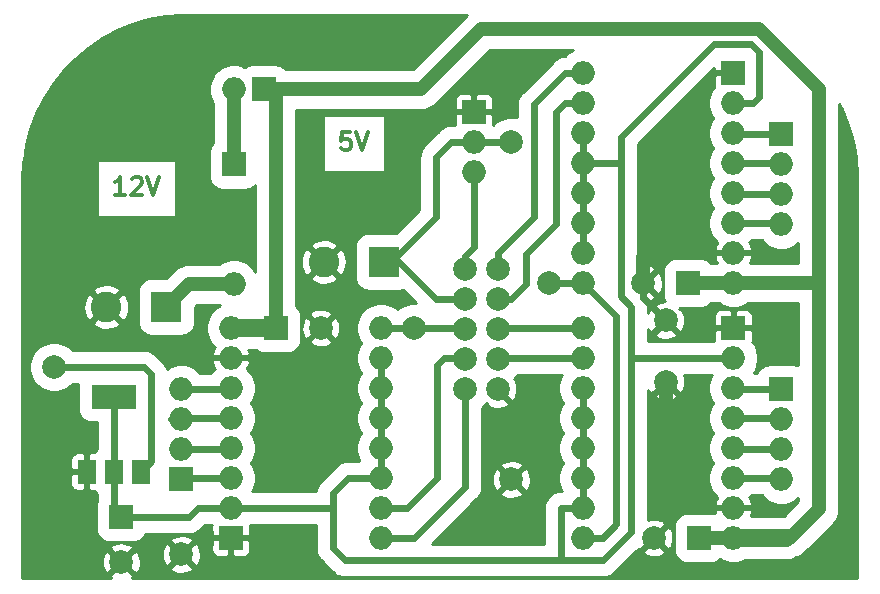
<source format=gbr>
G04 #@! TF.GenerationSoftware,KiCad,Pcbnew,5.1.6-c6e7f7d~87~ubuntu20.04.1*
G04 #@! TF.CreationDate,2020-10-20T13:41:21+02:00*
G04 #@! TF.ProjectId,cnc-shield,636e632d-7368-4696-956c-642e6b696361,rev?*
G04 #@! TF.SameCoordinates,PX3d09000PY5c8b680*
G04 #@! TF.FileFunction,Copper,L1,Top*
G04 #@! TF.FilePolarity,Positive*
%FSLAX46Y46*%
G04 Gerber Fmt 4.6, Leading zero omitted, Abs format (unit mm)*
G04 Created by KiCad (PCBNEW 5.1.6-c6e7f7d~87~ubuntu20.04.1) date 2020-10-20 13:41:21*
%MOMM*%
%LPD*%
G01*
G04 APERTURE LIST*
G04 #@! TA.AperFunction,NonConductor*
%ADD10C,0.300000*%
G04 #@! TD*
G04 #@! TA.AperFunction,ComponentPad*
%ADD11C,2.600000*%
G04 #@! TD*
G04 #@! TA.AperFunction,ComponentPad*
%ADD12R,2.600000X2.600000*%
G04 #@! TD*
G04 #@! TA.AperFunction,ComponentPad*
%ADD13C,2.000000*%
G04 #@! TD*
G04 #@! TA.AperFunction,SMDPad,CuDef*
%ADD14R,1.500000X2.000000*%
G04 #@! TD*
G04 #@! TA.AperFunction,SMDPad,CuDef*
%ADD15R,3.800000X2.000000*%
G04 #@! TD*
G04 #@! TA.AperFunction,ComponentPad*
%ADD16O,2.000000X2.000000*%
G04 #@! TD*
G04 #@! TA.AperFunction,ComponentPad*
%ADD17R,2.000000X2.000000*%
G04 #@! TD*
G04 #@! TA.AperFunction,Conductor*
%ADD18C,0.600000*%
G04 #@! TD*
G04 #@! TA.AperFunction,Conductor*
%ADD19C,1.200000*%
G04 #@! TD*
G04 #@! TA.AperFunction,Conductor*
%ADD20C,1.500000*%
G04 #@! TD*
G04 #@! TA.AperFunction,Conductor*
%ADD21C,0.254000*%
G04 #@! TD*
G04 APERTURE END LIST*
D10*
X28924285Y38921429D02*
X28210000Y38921429D01*
X28138571Y38207143D01*
X28210000Y38278572D01*
X28352857Y38350000D01*
X28710000Y38350000D01*
X28852857Y38278572D01*
X28924285Y38207143D01*
X28995714Y38064286D01*
X28995714Y37707143D01*
X28924285Y37564286D01*
X28852857Y37492858D01*
X28710000Y37421429D01*
X28352857Y37421429D01*
X28210000Y37492858D01*
X28138571Y37564286D01*
X29424285Y38921429D02*
X29924285Y37421429D01*
X30424285Y38921429D01*
X9866428Y33611429D02*
X9009285Y33611429D01*
X9437857Y33611429D02*
X9437857Y35111429D01*
X9295000Y34897143D01*
X9152142Y34754286D01*
X9009285Y34682858D01*
X10437857Y34968572D02*
X10509285Y35040000D01*
X10652142Y35111429D01*
X11009285Y35111429D01*
X11152142Y35040000D01*
X11223571Y34968572D01*
X11295000Y34825715D01*
X11295000Y34682858D01*
X11223571Y34468572D01*
X10366428Y33611429D01*
X11295000Y33611429D01*
X11723571Y35111429D02*
X12223571Y33611429D01*
X12723571Y35111429D01*
D11*
X26670000Y27940000D03*
D12*
X31750000Y27940000D03*
D13*
X42545000Y38100000D03*
X3810000Y19050000D03*
X34305000Y22352000D03*
X45735000Y26162000D03*
X55625000Y17780000D03*
X55625000Y22987000D03*
X42545000Y9525000D03*
X14605000Y3175000D03*
D14*
X6590000Y10185000D03*
X11190000Y10185000D03*
X8890000Y10185000D03*
D15*
X8890000Y16485000D03*
D16*
X19050000Y42545000D03*
D17*
X21590000Y42545000D03*
D13*
X41417000Y27305000D03*
X38623000Y27305000D03*
X41417000Y24765000D03*
X38623000Y24765000D03*
X41417000Y22225000D03*
X38623000Y22225000D03*
X41417000Y19685000D03*
X38623000Y19685000D03*
X41417000Y17145000D03*
X38623000Y17145000D03*
D16*
X65405000Y31115000D03*
X65405000Y33655000D03*
X65405000Y36195000D03*
D17*
X65405000Y38735000D03*
D16*
X65405000Y9525000D03*
X65405000Y12065000D03*
X65405000Y14605000D03*
D17*
X65405000Y17145000D03*
D16*
X14605000Y17145000D03*
X14605000Y14605000D03*
X14605000Y12065000D03*
D17*
X14605000Y9525000D03*
D16*
X39370000Y35560000D03*
X39370000Y38100000D03*
D17*
X39370000Y40640000D03*
D12*
X13335000Y24130000D03*
D11*
X8255000Y24130000D03*
D16*
X19050000Y26035000D03*
D17*
X19050000Y36195000D03*
D13*
X53730000Y26162000D03*
D17*
X57530000Y26162000D03*
D13*
X9525000Y2550000D03*
D17*
X9525000Y6350000D03*
D13*
X54620000Y4572000D03*
D17*
X58420000Y4572000D03*
D13*
X26405000Y22352000D03*
D17*
X22605000Y22352000D03*
D16*
X48640000Y43942000D03*
X61340000Y26162000D03*
X48640000Y41402000D03*
X61340000Y28702000D03*
X48640000Y38862000D03*
X61340000Y31242000D03*
X48640000Y36322000D03*
X61340000Y33782000D03*
X48640000Y33782000D03*
X61340000Y36322000D03*
X48640000Y31242000D03*
X61340000Y38862000D03*
X48640000Y28702000D03*
X61340000Y41402000D03*
X48640000Y26162000D03*
D17*
X61340000Y43942000D03*
D16*
X48640000Y22352000D03*
X61340000Y4572000D03*
X48640000Y19812000D03*
X61340000Y7112000D03*
X48640000Y17272000D03*
X61340000Y9652000D03*
X48640000Y14732000D03*
X61340000Y12192000D03*
X48640000Y12192000D03*
X61340000Y14732000D03*
X48640000Y9652000D03*
X61340000Y17272000D03*
X48640000Y7112000D03*
X61340000Y19812000D03*
X48640000Y4572000D03*
D17*
X61340000Y22352000D03*
D16*
X31495000Y4572000D03*
X18795000Y22352000D03*
X31495000Y7112000D03*
X18795000Y19812000D03*
X31495000Y9652000D03*
X18795000Y17272000D03*
X31495000Y12192000D03*
X18795000Y14732000D03*
X31495000Y14732000D03*
X18795000Y12192000D03*
X31495000Y17272000D03*
X18795000Y9652000D03*
X31495000Y19812000D03*
X18795000Y7112000D03*
X31495000Y22352000D03*
D17*
X18795000Y4572000D03*
D18*
X53730000Y24882000D02*
X55625000Y22987000D01*
X53730000Y26162000D02*
X53730000Y24882000D01*
D19*
X55625000Y17780000D02*
X55625000Y14860000D01*
X55625000Y14860000D02*
X56640000Y15875000D01*
X53730000Y26162000D02*
X53730000Y28330000D01*
X53730000Y28330000D02*
X54610000Y29210000D01*
D18*
X31495000Y12192000D02*
X31495000Y9652000D01*
X31495000Y22352000D02*
X38623000Y22352000D01*
X45735000Y26162000D02*
X48640000Y26162000D01*
X51435000Y5715000D02*
X51435000Y23367000D01*
X51435000Y23367000D02*
X48640000Y26162000D01*
X50292000Y4572000D02*
X51435000Y5715000D01*
X48640000Y4572000D02*
X50292000Y4572000D01*
X31750000Y27940000D02*
X33020000Y27940000D01*
X36195000Y24765000D02*
X38623000Y24765000D01*
X33020000Y27940000D02*
X36195000Y24765000D01*
X39370000Y38100000D02*
X42545000Y38100000D01*
X3810000Y19050000D02*
X11430000Y19050000D01*
X11430000Y19050000D02*
X12065000Y18415000D01*
X12065000Y11060000D02*
X11190000Y10185000D01*
X12065000Y18415000D02*
X12065000Y11060000D01*
X31750000Y27940000D02*
X32385000Y27940000D01*
X32385000Y27940000D02*
X36195000Y31750000D01*
X36195000Y31750000D02*
X36195000Y36830000D01*
X36195000Y36830000D02*
X37465000Y38100000D01*
X37465000Y38100000D02*
X39370000Y38100000D01*
X18755000Y12152000D02*
X18795000Y12192000D01*
X18668000Y12065000D02*
X18795000Y12192000D01*
X14605000Y12065000D02*
X18668000Y12065000D01*
X14732000Y9652000D02*
X14605000Y9525000D01*
X18795000Y9652000D02*
X14732000Y9652000D01*
X48640000Y17272000D02*
X48640000Y14732000D01*
X61460000Y9772000D02*
X61340000Y9652000D01*
X65278000Y9652000D02*
X65405000Y9525000D01*
X61340000Y9652000D02*
X65278000Y9652000D01*
X61467000Y12065000D02*
X61340000Y12192000D01*
X65405000Y12065000D02*
X61467000Y12065000D01*
X61380000Y14772000D02*
X61340000Y14732000D01*
X65278000Y14732000D02*
X65405000Y14605000D01*
X61340000Y14732000D02*
X65278000Y14732000D01*
X61467000Y17145000D02*
X61340000Y17272000D01*
X65405000Y17145000D02*
X61467000Y17145000D01*
X48640000Y38862000D02*
X48640000Y36322000D01*
X61460000Y31362000D02*
X61340000Y31242000D01*
X65278000Y31242000D02*
X65405000Y31115000D01*
X61340000Y31242000D02*
X65278000Y31242000D01*
X61467000Y33655000D02*
X61340000Y33782000D01*
X65405000Y33655000D02*
X61467000Y33655000D01*
X61380000Y36362000D02*
X61340000Y36322000D01*
X65278000Y36322000D02*
X65405000Y36195000D01*
X61340000Y36322000D02*
X65278000Y36322000D01*
X61467000Y38735000D02*
X61340000Y38862000D01*
X65405000Y38735000D02*
X61467000Y38735000D01*
X38623000Y17272000D02*
X38623000Y8890000D01*
X34305000Y4572000D02*
X31495000Y4572000D01*
X38623000Y8890000D02*
X34305000Y4572000D01*
D19*
X57530000Y26162000D02*
X61340000Y26162000D01*
D20*
X18795000Y22352000D02*
X22605000Y22352000D01*
X61340000Y4572000D02*
X65785000Y4572000D01*
D19*
X63500000Y47625000D02*
X40005000Y47625000D01*
X40005000Y47625000D02*
X34925000Y42545000D01*
X65785000Y4572000D02*
X66167000Y4572000D01*
X66167000Y4572000D02*
X68580000Y6985000D01*
X68580000Y42545000D02*
X63500000Y47625000D01*
X68453000Y26162000D02*
X68580000Y26035000D01*
X61340000Y26162000D02*
X68453000Y26162000D01*
X68580000Y26035000D02*
X68580000Y42545000D01*
X68580000Y6985000D02*
X68580000Y26035000D01*
X22605000Y42165000D02*
X22225000Y42545000D01*
X22605000Y22352000D02*
X22605000Y42165000D01*
X22225000Y42545000D02*
X34925000Y42545000D01*
X21590000Y42545000D02*
X22225000Y42545000D01*
X58420000Y4572000D02*
X61340000Y4572000D01*
D18*
X31495000Y7112000D02*
X33670000Y7112000D01*
X33670000Y7112000D02*
X36210000Y9652000D01*
X36210000Y9652000D02*
X36210000Y19177000D01*
X36845000Y19812000D02*
X38623000Y19812000D01*
X36210000Y19177000D02*
X36845000Y19812000D01*
X18668000Y17145000D02*
X18795000Y17272000D01*
X14605000Y17145000D02*
X18668000Y17145000D01*
X13795000Y14732000D02*
X13715000Y14652000D01*
X14732000Y14732000D02*
X14605000Y14605000D01*
X18795000Y14732000D02*
X14732000Y14732000D01*
X41417000Y22352000D02*
X48640000Y22352000D01*
X41417000Y19812000D02*
X48640000Y19812000D01*
X41417000Y27305000D02*
X41417000Y28082000D01*
X47117000Y43942000D02*
X48640000Y43942000D01*
X44450000Y41275000D02*
X47117000Y43942000D01*
X41417000Y28717000D02*
X44450000Y31750000D01*
X41417000Y27305000D02*
X41417000Y28717000D01*
X44450000Y31750000D02*
X44450000Y41275000D01*
X41417000Y24765000D02*
X42545000Y24765000D01*
X42545000Y24765000D02*
X43815000Y26035000D01*
X43815000Y26035000D02*
X43815000Y28575000D01*
X43815000Y28575000D02*
X46355000Y31115000D01*
X46355000Y31115000D02*
X46355000Y40640000D01*
X47117000Y41402000D02*
X48640000Y41402000D01*
X46355000Y40640000D02*
X47117000Y41402000D01*
D19*
X13335000Y24130000D02*
X15240000Y26035000D01*
X15240000Y26035000D02*
X19050000Y26035000D01*
D18*
X39370000Y35560000D02*
X39370000Y29210000D01*
X38623000Y28463000D02*
X38623000Y27305000D01*
X39370000Y29210000D02*
X38623000Y28463000D01*
X31495000Y17272000D02*
X31495000Y14732000D01*
X48640000Y12192000D02*
X48640000Y9652000D01*
X48640000Y9652000D02*
X48640000Y7112000D01*
X31495000Y19812000D02*
X31495000Y17272000D01*
X48640000Y33782000D02*
X48640000Y31242000D01*
X48640000Y31242000D02*
X48640000Y28702000D01*
X48640000Y7112000D02*
X46735000Y7112000D01*
X46735000Y7112000D02*
X46735000Y2667000D01*
X51815000Y31877000D02*
X51815000Y25527000D01*
X61340000Y41402000D02*
X62992000Y41402000D01*
X62992000Y41402000D02*
X63500000Y41910000D01*
X63500000Y41910000D02*
X63500000Y45720000D01*
X63500000Y45720000D02*
X62865000Y46355000D01*
X62865000Y46355000D02*
X59690000Y46355000D01*
X59690000Y46355000D02*
X51815000Y38480000D01*
X8890000Y16485000D02*
X8890000Y10185000D01*
X48640000Y36322000D02*
X48640000Y33782000D01*
X48640000Y14732000D02*
X48640000Y12192000D01*
X31495000Y14732000D02*
X31495000Y12192000D01*
X51815000Y25020000D02*
X51815000Y25527000D01*
X51562000Y36322000D02*
X51815000Y36575000D01*
X48640000Y36322000D02*
X51562000Y36322000D01*
X51815000Y36575000D02*
X51815000Y31877000D01*
X51815000Y38480000D02*
X51815000Y36575000D01*
X8890000Y6985000D02*
X9525000Y6350000D01*
X8890000Y10185000D02*
X8890000Y6985000D01*
X9525000Y6350000D02*
X15240000Y6350000D01*
X16002000Y7112000D02*
X18795000Y7112000D01*
X15240000Y6350000D02*
X16002000Y7112000D01*
X27178000Y7112000D02*
X27432000Y6858000D01*
X18795000Y7112000D02*
X27178000Y7112000D01*
X28448000Y2667000D02*
X46735000Y2667000D01*
X27432000Y3683000D02*
X28448000Y2667000D01*
X27432000Y6858000D02*
X27432000Y3683000D01*
X27432000Y8382000D02*
X28702000Y9652000D01*
X31495000Y9652000D02*
X28702000Y9652000D01*
X27432000Y8382000D02*
X27432000Y6858000D01*
X46735000Y2667000D02*
X50292000Y2667000D01*
X52705000Y5080000D02*
X52705000Y12700000D01*
X52705000Y24130000D02*
X51815000Y25020000D01*
X50292000Y2667000D02*
X52705000Y5080000D01*
X52705000Y12700000D02*
X52705000Y19685000D01*
X52705000Y19685000D02*
X52705000Y24130000D01*
X52832000Y19812000D02*
X52705000Y19685000D01*
X61340000Y19812000D02*
X52832000Y19812000D01*
D19*
X19050000Y38100000D02*
X19050000Y42545000D01*
X19050000Y36195000D02*
X19050000Y38100000D01*
D21*
G36*
X38723836Y48786183D02*
G01*
X34209654Y44272000D01*
X23451302Y44272000D01*
X23390765Y44345765D01*
X23219157Y44486600D01*
X23023371Y44591250D01*
X22810931Y44655693D01*
X22590000Y44677453D01*
X20590000Y44677453D01*
X20369069Y44655693D01*
X20156629Y44591250D01*
X19960843Y44486600D01*
X19947372Y44475545D01*
X19670423Y44590261D01*
X19259491Y44672000D01*
X18840509Y44672000D01*
X18429577Y44590261D01*
X18042488Y44429923D01*
X17694116Y44197149D01*
X17397851Y43900884D01*
X17165077Y43552512D01*
X17004739Y43165423D01*
X16923000Y42754491D01*
X16923000Y42335509D01*
X17004739Y41924577D01*
X17165077Y41537488D01*
X17323001Y41301138D01*
X17323000Y38056302D01*
X17249235Y37995765D01*
X17108400Y37824157D01*
X17003750Y37628371D01*
X16939307Y37415931D01*
X16917547Y37195000D01*
X16917547Y35195000D01*
X16939307Y34974069D01*
X17003750Y34761629D01*
X17108400Y34565843D01*
X17249235Y34394235D01*
X17420843Y34253400D01*
X17616629Y34148750D01*
X17829069Y34084307D01*
X18050000Y34062547D01*
X20050000Y34062547D01*
X20270931Y34084307D01*
X20483371Y34148750D01*
X20679157Y34253400D01*
X20850765Y34394235D01*
X20878001Y34427422D01*
X20878000Y27127703D01*
X20702149Y27390884D01*
X20405884Y27687149D01*
X20057512Y27919923D01*
X19670423Y28080261D01*
X19259491Y28162000D01*
X18840509Y28162000D01*
X18429577Y28080261D01*
X18042488Y27919923D01*
X17806139Y27762000D01*
X15324838Y27762000D01*
X15240000Y27770356D01*
X15155161Y27762000D01*
X15155159Y27762000D01*
X14901449Y27737012D01*
X14575908Y27638260D01*
X14275887Y27477896D01*
X14078818Y27316165D01*
X14012918Y27262082D01*
X13958836Y27196183D01*
X13325106Y26562453D01*
X12035000Y26562453D01*
X11814069Y26540693D01*
X11601629Y26476250D01*
X11405843Y26371600D01*
X11234235Y26230765D01*
X11093400Y26059157D01*
X10988750Y25863371D01*
X10924307Y25650931D01*
X10902547Y25430000D01*
X10902547Y22830000D01*
X10924307Y22609069D01*
X10988750Y22396629D01*
X11093400Y22200843D01*
X11234235Y22029235D01*
X11405843Y21888400D01*
X11601629Y21783750D01*
X11814069Y21719307D01*
X12035000Y21697547D01*
X14635000Y21697547D01*
X14855931Y21719307D01*
X15068371Y21783750D01*
X15264157Y21888400D01*
X15435765Y22029235D01*
X15576600Y22200843D01*
X15681250Y22396629D01*
X15745693Y22609069D01*
X15767453Y22830000D01*
X15767453Y24120106D01*
X15955347Y24308000D01*
X17806139Y24308000D01*
X17864668Y24268892D01*
X17787488Y24236923D01*
X17439116Y24004149D01*
X17142851Y23707884D01*
X16910077Y23359512D01*
X16749739Y22972423D01*
X16668000Y22561491D01*
X16668000Y22142509D01*
X16749739Y21731577D01*
X16910077Y21344488D01*
X17142851Y20996116D01*
X17431781Y20707186D01*
X17401601Y20667382D01*
X17261498Y20379107D01*
X17204876Y20192434D01*
X17324223Y19939000D01*
X18668000Y19939000D01*
X18668000Y19959000D01*
X18922000Y19959000D01*
X18922000Y19939000D01*
X20265777Y19939000D01*
X20385124Y20192434D01*
X20328502Y20379107D01*
X20281898Y20475000D01*
X20897128Y20475000D01*
X20975843Y20410400D01*
X21171629Y20305750D01*
X21384069Y20241307D01*
X21605000Y20219547D01*
X23605000Y20219547D01*
X23825931Y20241307D01*
X24038371Y20305750D01*
X24234157Y20410400D01*
X24405765Y20551235D01*
X24546600Y20722843D01*
X24651250Y20918629D01*
X24715693Y21131069D01*
X24724115Y21216587D01*
X25449192Y21216587D01*
X25544956Y20952186D01*
X25834571Y20811296D01*
X26146108Y20729616D01*
X26467595Y20710282D01*
X26786675Y20754039D01*
X27091088Y20859205D01*
X27265044Y20952186D01*
X27360808Y21216587D01*
X26405000Y22172395D01*
X25449192Y21216587D01*
X24724115Y21216587D01*
X24737453Y21352000D01*
X24737453Y22289405D01*
X24763282Y22289405D01*
X24807039Y21970325D01*
X24912205Y21665912D01*
X25005186Y21491956D01*
X25269587Y21396192D01*
X26225395Y22352000D01*
X26584605Y22352000D01*
X27540413Y21396192D01*
X27804814Y21491956D01*
X27945704Y21781571D01*
X28027384Y22093108D01*
X28046718Y22414595D01*
X28002961Y22733675D01*
X27897795Y23038088D01*
X27804814Y23212044D01*
X27540413Y23307808D01*
X26584605Y22352000D01*
X26225395Y22352000D01*
X25269587Y23307808D01*
X25005186Y23212044D01*
X24864296Y22922429D01*
X24782616Y22610892D01*
X24763282Y22289405D01*
X24737453Y22289405D01*
X24737453Y23352000D01*
X24724116Y23487413D01*
X25449192Y23487413D01*
X26405000Y22531605D01*
X27360808Y23487413D01*
X27265044Y23751814D01*
X26975429Y23892704D01*
X26663892Y23974384D01*
X26342405Y23993718D01*
X26023325Y23949961D01*
X25718912Y23844795D01*
X25544956Y23751814D01*
X25449192Y23487413D01*
X24724116Y23487413D01*
X24715693Y23572931D01*
X24651250Y23785371D01*
X24546600Y23981157D01*
X24405765Y24152765D01*
X24332000Y24213302D01*
X24332000Y26590776D01*
X25500381Y26590776D01*
X25632317Y26295688D01*
X25973045Y26124841D01*
X26340557Y26023750D01*
X26720729Y25996299D01*
X27098951Y26043543D01*
X27460690Y26163667D01*
X27707683Y26295688D01*
X27839619Y26590776D01*
X26670000Y27760395D01*
X25500381Y26590776D01*
X24332000Y26590776D01*
X24332000Y27889271D01*
X24726299Y27889271D01*
X24773543Y27511049D01*
X24893667Y27149310D01*
X25025688Y26902317D01*
X25320776Y26770381D01*
X26490395Y27940000D01*
X26849605Y27940000D01*
X28019224Y26770381D01*
X28314312Y26902317D01*
X28485159Y27243045D01*
X28586250Y27610557D01*
X28613701Y27990729D01*
X28566457Y28368951D01*
X28446333Y28730690D01*
X28314312Y28977683D01*
X28019224Y29109619D01*
X26849605Y27940000D01*
X26490395Y27940000D01*
X25320776Y29109619D01*
X25025688Y28977683D01*
X24854841Y28636955D01*
X24753750Y28269443D01*
X24726299Y27889271D01*
X24332000Y27889271D01*
X24332000Y29289224D01*
X25500381Y29289224D01*
X26670000Y28119605D01*
X27839619Y29289224D01*
X27707683Y29584312D01*
X27366955Y29755159D01*
X26999443Y29856250D01*
X26619271Y29883701D01*
X26241049Y29836457D01*
X25879310Y29716333D01*
X25632317Y29584312D01*
X25500381Y29289224D01*
X24332000Y29289224D01*
X24332000Y40382000D01*
X26575857Y40382000D01*
X26575857Y35578000D01*
X31844143Y35578000D01*
X31844143Y40382000D01*
X26575857Y40382000D01*
X24332000Y40382000D01*
X24332000Y40818000D01*
X34840162Y40818000D01*
X34925000Y40809644D01*
X35009838Y40818000D01*
X35009841Y40818000D01*
X35263551Y40842988D01*
X35589092Y40941740D01*
X35889112Y41102104D01*
X36152082Y41317918D01*
X36206168Y41383822D01*
X36462346Y41640000D01*
X37731928Y41640000D01*
X37735000Y40925750D01*
X37893750Y40767000D01*
X39243000Y40767000D01*
X39243000Y42116250D01*
X39497000Y42116250D01*
X39497000Y40767000D01*
X40846250Y40767000D01*
X41005000Y40925750D01*
X41008072Y41640000D01*
X40995812Y41764482D01*
X40959502Y41884180D01*
X40900537Y41994494D01*
X40821185Y42091185D01*
X40724494Y42170537D01*
X40614180Y42229502D01*
X40494482Y42265812D01*
X40370000Y42278072D01*
X39655750Y42275000D01*
X39497000Y42116250D01*
X39243000Y42116250D01*
X39084250Y42275000D01*
X38370000Y42278072D01*
X38245518Y42265812D01*
X38125820Y42229502D01*
X38015506Y42170537D01*
X37918815Y42091185D01*
X37839463Y41994494D01*
X37780498Y41884180D01*
X37744188Y41764482D01*
X37731928Y41640000D01*
X36462346Y41640000D01*
X40720347Y45898000D01*
X47804083Y45898000D01*
X47632488Y45826923D01*
X47284116Y45594149D01*
X47060284Y45370317D01*
X47046910Y45369000D01*
X47046902Y45369000D01*
X46861474Y45350737D01*
X46837258Y45348352D01*
X46813276Y45341077D01*
X46568269Y45266755D01*
X46447297Y45202094D01*
X46320366Y45134248D01*
X46157525Y45000608D01*
X46157522Y45000605D01*
X46103077Y44955923D01*
X46058395Y44901478D01*
X43490523Y42333605D01*
X43436078Y42288923D01*
X43391396Y42234478D01*
X43391392Y42234474D01*
X43273798Y42091185D01*
X43257753Y42071634D01*
X43125246Y41823731D01*
X43043649Y41554741D01*
X43032017Y41436634D01*
X43016097Y41275000D01*
X43023001Y41204902D01*
X43023001Y40173590D01*
X42754491Y40227000D01*
X42335509Y40227000D01*
X41924577Y40145261D01*
X41537488Y39984923D01*
X41189116Y39752149D01*
X41000545Y39563578D01*
X41008072Y39640000D01*
X41005000Y40354250D01*
X40846250Y40513000D01*
X39497000Y40513000D01*
X39497000Y40493000D01*
X39243000Y40493000D01*
X39243000Y40513000D01*
X37893750Y40513000D01*
X37735000Y40354250D01*
X37731928Y39640000D01*
X37743057Y39527000D01*
X37535087Y39527000D01*
X37464999Y39533903D01*
X37394911Y39527000D01*
X37394902Y39527000D01*
X37185259Y39506352D01*
X36916269Y39424755D01*
X36668366Y39292248D01*
X36451077Y39113923D01*
X36406390Y39059472D01*
X35235523Y37888605D01*
X35181078Y37843923D01*
X35136396Y37789478D01*
X35136392Y37789474D01*
X35032779Y37663221D01*
X35002753Y37626634D01*
X34870246Y37378731D01*
X34788649Y37109741D01*
X34769549Y36915810D01*
X34761097Y36830000D01*
X34768001Y36759903D01*
X34768000Y32341083D01*
X32799371Y30372453D01*
X30450000Y30372453D01*
X30229069Y30350693D01*
X30016629Y30286250D01*
X29820843Y30181600D01*
X29649235Y30040765D01*
X29508400Y29869157D01*
X29403750Y29673371D01*
X29339307Y29460931D01*
X29317547Y29240000D01*
X29317547Y26640000D01*
X29339307Y26419069D01*
X29403750Y26206629D01*
X29508400Y26010843D01*
X29649235Y25839235D01*
X29820843Y25698400D01*
X30016629Y25593750D01*
X30229069Y25529307D01*
X30450000Y25507547D01*
X33050000Y25507547D01*
X33270931Y25529307D01*
X33379635Y25562282D01*
X34462917Y24479000D01*
X34095509Y24479000D01*
X33684577Y24397261D01*
X33297488Y24236923D01*
X32949116Y24004149D01*
X32900000Y23955033D01*
X32850884Y24004149D01*
X32502512Y24236923D01*
X32115423Y24397261D01*
X31704491Y24479000D01*
X31285509Y24479000D01*
X30874577Y24397261D01*
X30487488Y24236923D01*
X30139116Y24004149D01*
X29842851Y23707884D01*
X29610077Y23359512D01*
X29449739Y22972423D01*
X29368000Y22561491D01*
X29368000Y22142509D01*
X29449739Y21731577D01*
X29610077Y21344488D01*
X29785465Y21082000D01*
X29610077Y20819512D01*
X29449739Y20432423D01*
X29368000Y20021491D01*
X29368000Y19602509D01*
X29449739Y19191577D01*
X29610077Y18804488D01*
X29785465Y18542000D01*
X29610077Y18279512D01*
X29449739Y17892423D01*
X29368000Y17481491D01*
X29368000Y17062509D01*
X29449739Y16651577D01*
X29610077Y16264488D01*
X29785465Y16002000D01*
X29610077Y15739512D01*
X29449739Y15352423D01*
X29368000Y14941491D01*
X29368000Y14522509D01*
X29449739Y14111577D01*
X29610077Y13724488D01*
X29785465Y13462000D01*
X29610077Y13199512D01*
X29449739Y12812423D01*
X29368000Y12401491D01*
X29368000Y11982509D01*
X29449739Y11571577D01*
X29610077Y11184488D01*
X29680562Y11079000D01*
X28772087Y11079000D01*
X28701999Y11085903D01*
X28631911Y11079000D01*
X28631902Y11079000D01*
X28422259Y11058352D01*
X28153269Y10976755D01*
X27905366Y10844248D01*
X27688077Y10665923D01*
X27643392Y10611474D01*
X26472523Y9440605D01*
X26418077Y9395922D01*
X26373395Y9341477D01*
X26373392Y9341474D01*
X26311541Y9266108D01*
X26239752Y9178633D01*
X26107245Y8930730D01*
X26025648Y8661740D01*
X26013559Y8539000D01*
X20609438Y8539000D01*
X20679923Y8644488D01*
X20840261Y9031577D01*
X20922000Y9442509D01*
X20922000Y9861491D01*
X20840261Y10272423D01*
X20679923Y10659512D01*
X20504535Y10922000D01*
X20679923Y11184488D01*
X20840261Y11571577D01*
X20922000Y11982509D01*
X20922000Y12401491D01*
X20840261Y12812423D01*
X20679923Y13199512D01*
X20504535Y13462000D01*
X20679923Y13724488D01*
X20840261Y14111577D01*
X20922000Y14522509D01*
X20922000Y14941491D01*
X20840261Y15352423D01*
X20679923Y15739512D01*
X20504535Y16002000D01*
X20679923Y16264488D01*
X20840261Y16651577D01*
X20922000Y17062509D01*
X20922000Y17481491D01*
X20840261Y17892423D01*
X20679923Y18279512D01*
X20447149Y18627884D01*
X20158219Y18916814D01*
X20188399Y18956618D01*
X20328502Y19244893D01*
X20385124Y19431566D01*
X20265777Y19685000D01*
X18922000Y19685000D01*
X18922000Y19665000D01*
X18668000Y19665000D01*
X18668000Y19685000D01*
X17324223Y19685000D01*
X17204876Y19431566D01*
X17261498Y19244893D01*
X17401601Y18956618D01*
X17431781Y18916814D01*
X17142851Y18627884D01*
X17105511Y18572000D01*
X16186033Y18572000D01*
X15960884Y18797149D01*
X15612512Y19029923D01*
X15225423Y19190261D01*
X14814491Y19272000D01*
X14395509Y19272000D01*
X13984577Y19190261D01*
X13597488Y19029923D01*
X13408069Y18903358D01*
X13389755Y18963731D01*
X13257248Y19211634D01*
X13228143Y19247098D01*
X13123608Y19374474D01*
X13123605Y19374477D01*
X13078922Y19428923D01*
X13024477Y19473605D01*
X12488610Y20009472D01*
X12443923Y20063923D01*
X12226634Y20242248D01*
X11978731Y20374755D01*
X11709741Y20456352D01*
X11500098Y20477000D01*
X11500088Y20477000D01*
X11430000Y20483903D01*
X11359912Y20477000D01*
X5391033Y20477000D01*
X5165884Y20702149D01*
X4817512Y20934923D01*
X4430423Y21095261D01*
X4019491Y21177000D01*
X3600509Y21177000D01*
X3189577Y21095261D01*
X2802488Y20934923D01*
X2454116Y20702149D01*
X2157851Y20405884D01*
X1925077Y20057512D01*
X1764739Y19670423D01*
X1683000Y19259491D01*
X1683000Y18840509D01*
X1764739Y18429577D01*
X1925077Y18042488D01*
X2157851Y17694116D01*
X2454116Y17397851D01*
X2802488Y17165077D01*
X3189577Y17004739D01*
X3600509Y16923000D01*
X4019491Y16923000D01*
X4430423Y17004739D01*
X4817512Y17165077D01*
X5165884Y17397851D01*
X5391033Y17623000D01*
X5871139Y17623000D01*
X5857547Y17485000D01*
X5857547Y15485000D01*
X5879307Y15264069D01*
X5943750Y15051629D01*
X6048400Y14855843D01*
X6189235Y14684235D01*
X6360843Y14543400D01*
X6556629Y14438750D01*
X6769069Y14374307D01*
X6990000Y14352547D01*
X7463000Y14352547D01*
X7463001Y12087337D01*
X7339235Y11985765D01*
X7204983Y11822179D01*
X6875750Y11820000D01*
X6717000Y11661250D01*
X6717000Y10312000D01*
X6737000Y10312000D01*
X6737000Y10058000D01*
X6717000Y10058000D01*
X6717000Y8708750D01*
X6875750Y8550000D01*
X7204983Y8547821D01*
X7339235Y8384235D01*
X7463001Y8282663D01*
X7463001Y7731453D01*
X7414307Y7570931D01*
X7392547Y7350000D01*
X7392547Y5350000D01*
X7414307Y5129069D01*
X7478750Y4916629D01*
X7583400Y4720843D01*
X7724235Y4549235D01*
X7895843Y4408400D01*
X8091629Y4303750D01*
X8304069Y4239307D01*
X8525000Y4217547D01*
X10525000Y4217547D01*
X10745931Y4239307D01*
X10958371Y4303750D01*
X10970836Y4310413D01*
X13649192Y4310413D01*
X14605000Y3354605D01*
X15560808Y4310413D01*
X15465044Y4574814D01*
X15175429Y4715704D01*
X14863892Y4797384D01*
X14542405Y4816718D01*
X14223325Y4772961D01*
X13918912Y4667795D01*
X13744956Y4574814D01*
X13649192Y4310413D01*
X10970836Y4310413D01*
X11154157Y4408400D01*
X11325765Y4549235D01*
X11466600Y4720843D01*
X11571250Y4916629D01*
X11573183Y4923000D01*
X15169912Y4923000D01*
X15240000Y4916097D01*
X15310088Y4923000D01*
X15310098Y4923000D01*
X15519741Y4943648D01*
X15788731Y5025245D01*
X16036634Y5157752D01*
X16253923Y5336077D01*
X16298610Y5390528D01*
X16593082Y5685000D01*
X17168057Y5685000D01*
X17156928Y5572000D01*
X17160000Y4857750D01*
X17318750Y4699000D01*
X18668000Y4699000D01*
X18668000Y4719000D01*
X18922000Y4719000D01*
X18922000Y4699000D01*
X20271250Y4699000D01*
X20430000Y4857750D01*
X20433072Y5572000D01*
X20421943Y5685000D01*
X26005000Y5685000D01*
X26005001Y3753097D01*
X25998097Y3683000D01*
X26005001Y3612902D01*
X26019703Y3463634D01*
X26025649Y3403259D01*
X26107246Y3134269D01*
X26239753Y2886366D01*
X26373392Y2723526D01*
X26373396Y2723522D01*
X26418078Y2669077D01*
X26472522Y2624395D01*
X27389395Y1707522D01*
X27434077Y1653077D01*
X27488522Y1608395D01*
X27488525Y1608392D01*
X27580047Y1533282D01*
X27651366Y1474752D01*
X27899269Y1342245D01*
X28168259Y1260648D01*
X28377902Y1240000D01*
X28377912Y1240000D01*
X28448000Y1233097D01*
X28518088Y1240000D01*
X46664903Y1240000D01*
X46735000Y1233096D01*
X46805098Y1240000D01*
X50221912Y1240000D01*
X50292000Y1233097D01*
X50362088Y1240000D01*
X50362098Y1240000D01*
X50571741Y1260648D01*
X50840731Y1342245D01*
X51088634Y1474752D01*
X51305923Y1653077D01*
X51350610Y1707528D01*
X53079669Y3436587D01*
X53664192Y3436587D01*
X53759956Y3172186D01*
X54049571Y3031296D01*
X54361108Y2949616D01*
X54682595Y2930282D01*
X55001675Y2974039D01*
X55306088Y3079205D01*
X55480044Y3172186D01*
X55575808Y3436587D01*
X54620000Y4392395D01*
X53664192Y3436587D01*
X53079669Y3436587D01*
X53319182Y3676100D01*
X53484587Y3616192D01*
X54440395Y4572000D01*
X54799605Y4572000D01*
X55755413Y3616192D01*
X56019814Y3711956D01*
X56160704Y4001571D01*
X56242384Y4313108D01*
X56261718Y4634595D01*
X56217961Y4953675D01*
X56112795Y5258088D01*
X56019814Y5432044D01*
X55755413Y5527808D01*
X54799605Y4572000D01*
X54440395Y4572000D01*
X54426253Y4586142D01*
X54605858Y4765747D01*
X54620000Y4751605D01*
X55575808Y5707413D01*
X55480044Y5971814D01*
X55190429Y6112704D01*
X54878892Y6194384D01*
X54557405Y6213718D01*
X54238325Y6169961D01*
X54132000Y6133229D01*
X54132000Y16644587D01*
X54669192Y16644587D01*
X54764956Y16380186D01*
X55054571Y16239296D01*
X55366108Y16157616D01*
X55687595Y16138282D01*
X56006675Y16182039D01*
X56311088Y16287205D01*
X56485044Y16380186D01*
X56580808Y16644587D01*
X55625000Y17600395D01*
X54669192Y16644587D01*
X54132000Y16644587D01*
X54132000Y17094505D01*
X54132205Y17093912D01*
X54225186Y16919956D01*
X54489587Y16824192D01*
X55445395Y17780000D01*
X55431253Y17794142D01*
X55610858Y17973747D01*
X55625000Y17959605D01*
X55639143Y17973747D01*
X55818748Y17794142D01*
X55804605Y17780000D01*
X56760413Y16824192D01*
X57024814Y16919956D01*
X57165704Y17209571D01*
X57247384Y17521108D01*
X57266718Y17842595D01*
X57222961Y18161675D01*
X57145809Y18385000D01*
X59525562Y18385000D01*
X59455077Y18279512D01*
X59294739Y17892423D01*
X59213000Y17481491D01*
X59213000Y17062509D01*
X59294739Y16651577D01*
X59455077Y16264488D01*
X59630465Y16002000D01*
X59455077Y15739512D01*
X59294739Y15352423D01*
X59213000Y14941491D01*
X59213000Y14522509D01*
X59294739Y14111577D01*
X59455077Y13724488D01*
X59630465Y13462000D01*
X59455077Y13199512D01*
X59294739Y12812423D01*
X59213000Y12401491D01*
X59213000Y11982509D01*
X59294739Y11571577D01*
X59455077Y11184488D01*
X59630465Y10922000D01*
X59455077Y10659512D01*
X59294739Y10272423D01*
X59213000Y9861491D01*
X59213000Y9442509D01*
X59294739Y9031577D01*
X59455077Y8644488D01*
X59687851Y8296116D01*
X59976781Y8007186D01*
X59946601Y7967382D01*
X59806498Y7679107D01*
X59749876Y7492434D01*
X59869223Y7239000D01*
X61213000Y7239000D01*
X61213000Y7259000D01*
X61467000Y7259000D01*
X61467000Y7239000D01*
X62810777Y7239000D01*
X62930124Y7492434D01*
X62873502Y7679107D01*
X62733399Y7967382D01*
X62703219Y8007186D01*
X62921033Y8225000D01*
X63715511Y8225000D01*
X63752851Y8169116D01*
X64049116Y7872851D01*
X64397488Y7640077D01*
X64784577Y7479739D01*
X65195509Y7398000D01*
X65614491Y7398000D01*
X66025423Y7479739D01*
X66412512Y7640077D01*
X66760884Y7872851D01*
X66853000Y7964967D01*
X66853000Y7700346D01*
X65601654Y6449000D01*
X62826898Y6449000D01*
X62873502Y6544893D01*
X62930124Y6731566D01*
X62810777Y6985000D01*
X61467000Y6985000D01*
X61467000Y6965000D01*
X61213000Y6965000D01*
X61213000Y6985000D01*
X59869223Y6985000D01*
X59749876Y6731566D01*
X59777243Y6641343D01*
X59640931Y6682693D01*
X59420000Y6704453D01*
X57420000Y6704453D01*
X57199069Y6682693D01*
X56986629Y6618250D01*
X56790843Y6513600D01*
X56619235Y6372765D01*
X56478400Y6201157D01*
X56373750Y6005371D01*
X56309307Y5792931D01*
X56287547Y5572000D01*
X56287547Y3572000D01*
X56309307Y3351069D01*
X56373750Y3138629D01*
X56478400Y2942843D01*
X56619235Y2771235D01*
X56790843Y2630400D01*
X56986629Y2525750D01*
X57199069Y2461307D01*
X57420000Y2439547D01*
X59420000Y2439547D01*
X59640931Y2461307D01*
X59853371Y2525750D01*
X60049157Y2630400D01*
X60214379Y2765994D01*
X60332488Y2687077D01*
X60719577Y2526739D01*
X61130509Y2445000D01*
X61549491Y2445000D01*
X61960423Y2526739D01*
X62347512Y2687077D01*
X62359370Y2695000D01*
X65877210Y2695000D01*
X66152956Y2722159D01*
X66506772Y2829487D01*
X66683579Y2923992D01*
X66831092Y2968740D01*
X67131112Y3129104D01*
X67394082Y3344918D01*
X67448168Y3410822D01*
X69741179Y5703833D01*
X69807082Y5757918D01*
X70022896Y6020888D01*
X70183260Y6320908D01*
X70282012Y6646449D01*
X70307000Y6900159D01*
X70307000Y6900168D01*
X70315355Y6984999D01*
X70307000Y7069830D01*
X70307000Y25950170D01*
X70315355Y26035001D01*
X70307000Y26119831D01*
X70307000Y41308951D01*
X70538931Y40873668D01*
X71076278Y39553649D01*
X71475095Y38185371D01*
X71731146Y36783367D01*
X71843446Y35340367D01*
X71848001Y34992408D01*
X71848000Y1152000D01*
X10385701Y1152000D01*
X10480808Y1414587D01*
X9525000Y2370395D01*
X8569192Y1414587D01*
X8664299Y1152000D01*
X1152000Y1152000D01*
X1152000Y2487405D01*
X7883282Y2487405D01*
X7927039Y2168325D01*
X8032205Y1863912D01*
X8125186Y1689956D01*
X8389587Y1594192D01*
X9345395Y2550000D01*
X9704605Y2550000D01*
X10660413Y1594192D01*
X10924814Y1689956D01*
X11065704Y1979571D01*
X11081439Y2039587D01*
X13649192Y2039587D01*
X13744956Y1775186D01*
X14034571Y1634296D01*
X14346108Y1552616D01*
X14667595Y1533282D01*
X14986675Y1577039D01*
X15291088Y1682205D01*
X15465044Y1775186D01*
X15560808Y2039587D01*
X14605000Y2995395D01*
X13649192Y2039587D01*
X11081439Y2039587D01*
X11147384Y2291108D01*
X11166718Y2612595D01*
X11122961Y2931675D01*
X11060524Y3112405D01*
X12963282Y3112405D01*
X13007039Y2793325D01*
X13112205Y2488912D01*
X13205186Y2314956D01*
X13469587Y2219192D01*
X14425395Y3175000D01*
X14784605Y3175000D01*
X15740413Y2219192D01*
X16004814Y2314956D01*
X16145704Y2604571D01*
X16227384Y2916108D01*
X16246718Y3237595D01*
X16202961Y3556675D01*
X16197667Y3572000D01*
X17156928Y3572000D01*
X17169188Y3447518D01*
X17205498Y3327820D01*
X17264463Y3217506D01*
X17343815Y3120815D01*
X17440506Y3041463D01*
X17550820Y2982498D01*
X17670518Y2946188D01*
X17795000Y2933928D01*
X18509250Y2937000D01*
X18668000Y3095750D01*
X18668000Y4445000D01*
X18922000Y4445000D01*
X18922000Y3095750D01*
X19080750Y2937000D01*
X19795000Y2933928D01*
X19919482Y2946188D01*
X20039180Y2982498D01*
X20149494Y3041463D01*
X20246185Y3120815D01*
X20325537Y3217506D01*
X20384502Y3327820D01*
X20420812Y3447518D01*
X20433072Y3572000D01*
X20430000Y4286250D01*
X20271250Y4445000D01*
X18922000Y4445000D01*
X18668000Y4445000D01*
X17318750Y4445000D01*
X17160000Y4286250D01*
X17156928Y3572000D01*
X16197667Y3572000D01*
X16097795Y3861088D01*
X16004814Y4035044D01*
X15740413Y4130808D01*
X14784605Y3175000D01*
X14425395Y3175000D01*
X13469587Y4130808D01*
X13205186Y4035044D01*
X13064296Y3745429D01*
X12982616Y3433892D01*
X12963282Y3112405D01*
X11060524Y3112405D01*
X11017795Y3236088D01*
X10924814Y3410044D01*
X10660413Y3505808D01*
X9704605Y2550000D01*
X9345395Y2550000D01*
X8389587Y3505808D01*
X8125186Y3410044D01*
X7984296Y3120429D01*
X7902616Y2808892D01*
X7883282Y2487405D01*
X1152000Y2487405D01*
X1152000Y3685413D01*
X8569192Y3685413D01*
X9525000Y2729605D01*
X10480808Y3685413D01*
X10385044Y3949814D01*
X10095429Y4090704D01*
X9783892Y4172384D01*
X9462405Y4191718D01*
X9143325Y4147961D01*
X8838912Y4042795D01*
X8664956Y3949814D01*
X8569192Y3685413D01*
X1152000Y3685413D01*
X1152000Y9185000D01*
X5201928Y9185000D01*
X5214188Y9060518D01*
X5250498Y8940820D01*
X5309463Y8830506D01*
X5388815Y8733815D01*
X5485506Y8654463D01*
X5595820Y8595498D01*
X5715518Y8559188D01*
X5840000Y8546928D01*
X6304250Y8550000D01*
X6463000Y8708750D01*
X6463000Y10058000D01*
X5363750Y10058000D01*
X5205000Y9899250D01*
X5201928Y9185000D01*
X1152000Y9185000D01*
X1152000Y11185000D01*
X5201928Y11185000D01*
X5205000Y10470750D01*
X5363750Y10312000D01*
X6463000Y10312000D01*
X6463000Y11661250D01*
X6304250Y11820000D01*
X5840000Y11823072D01*
X5715518Y11810812D01*
X5595820Y11774502D01*
X5485506Y11715537D01*
X5388815Y11636185D01*
X5309463Y11539494D01*
X5250498Y11429180D01*
X5214188Y11309482D01*
X5201928Y11185000D01*
X1152000Y11185000D01*
X1152000Y22780776D01*
X7085381Y22780776D01*
X7217317Y22485688D01*
X7558045Y22314841D01*
X7925557Y22213750D01*
X8305729Y22186299D01*
X8683951Y22233543D01*
X9045690Y22353667D01*
X9292683Y22485688D01*
X9424619Y22780776D01*
X8255000Y23950395D01*
X7085381Y22780776D01*
X1152000Y22780776D01*
X1152000Y24079271D01*
X6311299Y24079271D01*
X6358543Y23701049D01*
X6478667Y23339310D01*
X6610688Y23092317D01*
X6905776Y22960381D01*
X8075395Y24130000D01*
X8434605Y24130000D01*
X9604224Y22960381D01*
X9899312Y23092317D01*
X10070159Y23433045D01*
X10171250Y23800557D01*
X10198701Y24180729D01*
X10151457Y24558951D01*
X10031333Y24920690D01*
X9899312Y25167683D01*
X9604224Y25299619D01*
X8434605Y24130000D01*
X8075395Y24130000D01*
X6905776Y25299619D01*
X6610688Y25167683D01*
X6439841Y24826955D01*
X6338750Y24459443D01*
X6311299Y24079271D01*
X1152000Y24079271D01*
X1152000Y25479224D01*
X7085381Y25479224D01*
X8255000Y24309605D01*
X9424619Y25479224D01*
X9292683Y25774312D01*
X8951955Y25945159D01*
X8584443Y26046250D01*
X8204271Y26073701D01*
X7826049Y26026457D01*
X7464310Y25906333D01*
X7217317Y25774312D01*
X7085381Y25479224D01*
X1152000Y25479224D01*
X1152000Y34970345D01*
X1226876Y36423309D01*
X1250027Y36572000D01*
X7446572Y36572000D01*
X7446572Y31768000D01*
X14143429Y31768000D01*
X14143429Y36572000D01*
X7446572Y36572000D01*
X1250027Y36572000D01*
X1446141Y37831548D01*
X1809002Y39209792D01*
X2311609Y40543419D01*
X2948644Y41818326D01*
X3713358Y43021003D01*
X4597644Y44138696D01*
X5592133Y45159568D01*
X6686297Y46072809D01*
X7868546Y46868747D01*
X9126332Y47538931D01*
X10446351Y48076278D01*
X11814629Y48475095D01*
X13216633Y48731146D01*
X14659633Y48843446D01*
X15007516Y48848000D01*
X38774568Y48848000D01*
X38723836Y48786183D01*
G37*
X38723836Y48786183D02*
X34209654Y44272000D01*
X23451302Y44272000D01*
X23390765Y44345765D01*
X23219157Y44486600D01*
X23023371Y44591250D01*
X22810931Y44655693D01*
X22590000Y44677453D01*
X20590000Y44677453D01*
X20369069Y44655693D01*
X20156629Y44591250D01*
X19960843Y44486600D01*
X19947372Y44475545D01*
X19670423Y44590261D01*
X19259491Y44672000D01*
X18840509Y44672000D01*
X18429577Y44590261D01*
X18042488Y44429923D01*
X17694116Y44197149D01*
X17397851Y43900884D01*
X17165077Y43552512D01*
X17004739Y43165423D01*
X16923000Y42754491D01*
X16923000Y42335509D01*
X17004739Y41924577D01*
X17165077Y41537488D01*
X17323001Y41301138D01*
X17323000Y38056302D01*
X17249235Y37995765D01*
X17108400Y37824157D01*
X17003750Y37628371D01*
X16939307Y37415931D01*
X16917547Y37195000D01*
X16917547Y35195000D01*
X16939307Y34974069D01*
X17003750Y34761629D01*
X17108400Y34565843D01*
X17249235Y34394235D01*
X17420843Y34253400D01*
X17616629Y34148750D01*
X17829069Y34084307D01*
X18050000Y34062547D01*
X20050000Y34062547D01*
X20270931Y34084307D01*
X20483371Y34148750D01*
X20679157Y34253400D01*
X20850765Y34394235D01*
X20878001Y34427422D01*
X20878000Y27127703D01*
X20702149Y27390884D01*
X20405884Y27687149D01*
X20057512Y27919923D01*
X19670423Y28080261D01*
X19259491Y28162000D01*
X18840509Y28162000D01*
X18429577Y28080261D01*
X18042488Y27919923D01*
X17806139Y27762000D01*
X15324838Y27762000D01*
X15240000Y27770356D01*
X15155161Y27762000D01*
X15155159Y27762000D01*
X14901449Y27737012D01*
X14575908Y27638260D01*
X14275887Y27477896D01*
X14078818Y27316165D01*
X14012918Y27262082D01*
X13958836Y27196183D01*
X13325106Y26562453D01*
X12035000Y26562453D01*
X11814069Y26540693D01*
X11601629Y26476250D01*
X11405843Y26371600D01*
X11234235Y26230765D01*
X11093400Y26059157D01*
X10988750Y25863371D01*
X10924307Y25650931D01*
X10902547Y25430000D01*
X10902547Y22830000D01*
X10924307Y22609069D01*
X10988750Y22396629D01*
X11093400Y22200843D01*
X11234235Y22029235D01*
X11405843Y21888400D01*
X11601629Y21783750D01*
X11814069Y21719307D01*
X12035000Y21697547D01*
X14635000Y21697547D01*
X14855931Y21719307D01*
X15068371Y21783750D01*
X15264157Y21888400D01*
X15435765Y22029235D01*
X15576600Y22200843D01*
X15681250Y22396629D01*
X15745693Y22609069D01*
X15767453Y22830000D01*
X15767453Y24120106D01*
X15955347Y24308000D01*
X17806139Y24308000D01*
X17864668Y24268892D01*
X17787488Y24236923D01*
X17439116Y24004149D01*
X17142851Y23707884D01*
X16910077Y23359512D01*
X16749739Y22972423D01*
X16668000Y22561491D01*
X16668000Y22142509D01*
X16749739Y21731577D01*
X16910077Y21344488D01*
X17142851Y20996116D01*
X17431781Y20707186D01*
X17401601Y20667382D01*
X17261498Y20379107D01*
X17204876Y20192434D01*
X17324223Y19939000D01*
X18668000Y19939000D01*
X18668000Y19959000D01*
X18922000Y19959000D01*
X18922000Y19939000D01*
X20265777Y19939000D01*
X20385124Y20192434D01*
X20328502Y20379107D01*
X20281898Y20475000D01*
X20897128Y20475000D01*
X20975843Y20410400D01*
X21171629Y20305750D01*
X21384069Y20241307D01*
X21605000Y20219547D01*
X23605000Y20219547D01*
X23825931Y20241307D01*
X24038371Y20305750D01*
X24234157Y20410400D01*
X24405765Y20551235D01*
X24546600Y20722843D01*
X24651250Y20918629D01*
X24715693Y21131069D01*
X24724115Y21216587D01*
X25449192Y21216587D01*
X25544956Y20952186D01*
X25834571Y20811296D01*
X26146108Y20729616D01*
X26467595Y20710282D01*
X26786675Y20754039D01*
X27091088Y20859205D01*
X27265044Y20952186D01*
X27360808Y21216587D01*
X26405000Y22172395D01*
X25449192Y21216587D01*
X24724115Y21216587D01*
X24737453Y21352000D01*
X24737453Y22289405D01*
X24763282Y22289405D01*
X24807039Y21970325D01*
X24912205Y21665912D01*
X25005186Y21491956D01*
X25269587Y21396192D01*
X26225395Y22352000D01*
X26584605Y22352000D01*
X27540413Y21396192D01*
X27804814Y21491956D01*
X27945704Y21781571D01*
X28027384Y22093108D01*
X28046718Y22414595D01*
X28002961Y22733675D01*
X27897795Y23038088D01*
X27804814Y23212044D01*
X27540413Y23307808D01*
X26584605Y22352000D01*
X26225395Y22352000D01*
X25269587Y23307808D01*
X25005186Y23212044D01*
X24864296Y22922429D01*
X24782616Y22610892D01*
X24763282Y22289405D01*
X24737453Y22289405D01*
X24737453Y23352000D01*
X24724116Y23487413D01*
X25449192Y23487413D01*
X26405000Y22531605D01*
X27360808Y23487413D01*
X27265044Y23751814D01*
X26975429Y23892704D01*
X26663892Y23974384D01*
X26342405Y23993718D01*
X26023325Y23949961D01*
X25718912Y23844795D01*
X25544956Y23751814D01*
X25449192Y23487413D01*
X24724116Y23487413D01*
X24715693Y23572931D01*
X24651250Y23785371D01*
X24546600Y23981157D01*
X24405765Y24152765D01*
X24332000Y24213302D01*
X24332000Y26590776D01*
X25500381Y26590776D01*
X25632317Y26295688D01*
X25973045Y26124841D01*
X26340557Y26023750D01*
X26720729Y25996299D01*
X27098951Y26043543D01*
X27460690Y26163667D01*
X27707683Y26295688D01*
X27839619Y26590776D01*
X26670000Y27760395D01*
X25500381Y26590776D01*
X24332000Y26590776D01*
X24332000Y27889271D01*
X24726299Y27889271D01*
X24773543Y27511049D01*
X24893667Y27149310D01*
X25025688Y26902317D01*
X25320776Y26770381D01*
X26490395Y27940000D01*
X26849605Y27940000D01*
X28019224Y26770381D01*
X28314312Y26902317D01*
X28485159Y27243045D01*
X28586250Y27610557D01*
X28613701Y27990729D01*
X28566457Y28368951D01*
X28446333Y28730690D01*
X28314312Y28977683D01*
X28019224Y29109619D01*
X26849605Y27940000D01*
X26490395Y27940000D01*
X25320776Y29109619D01*
X25025688Y28977683D01*
X24854841Y28636955D01*
X24753750Y28269443D01*
X24726299Y27889271D01*
X24332000Y27889271D01*
X24332000Y29289224D01*
X25500381Y29289224D01*
X26670000Y28119605D01*
X27839619Y29289224D01*
X27707683Y29584312D01*
X27366955Y29755159D01*
X26999443Y29856250D01*
X26619271Y29883701D01*
X26241049Y29836457D01*
X25879310Y29716333D01*
X25632317Y29584312D01*
X25500381Y29289224D01*
X24332000Y29289224D01*
X24332000Y40382000D01*
X26575857Y40382000D01*
X26575857Y35578000D01*
X31844143Y35578000D01*
X31844143Y40382000D01*
X26575857Y40382000D01*
X24332000Y40382000D01*
X24332000Y40818000D01*
X34840162Y40818000D01*
X34925000Y40809644D01*
X35009838Y40818000D01*
X35009841Y40818000D01*
X35263551Y40842988D01*
X35589092Y40941740D01*
X35889112Y41102104D01*
X36152082Y41317918D01*
X36206168Y41383822D01*
X36462346Y41640000D01*
X37731928Y41640000D01*
X37735000Y40925750D01*
X37893750Y40767000D01*
X39243000Y40767000D01*
X39243000Y42116250D01*
X39497000Y42116250D01*
X39497000Y40767000D01*
X40846250Y40767000D01*
X41005000Y40925750D01*
X41008072Y41640000D01*
X40995812Y41764482D01*
X40959502Y41884180D01*
X40900537Y41994494D01*
X40821185Y42091185D01*
X40724494Y42170537D01*
X40614180Y42229502D01*
X40494482Y42265812D01*
X40370000Y42278072D01*
X39655750Y42275000D01*
X39497000Y42116250D01*
X39243000Y42116250D01*
X39084250Y42275000D01*
X38370000Y42278072D01*
X38245518Y42265812D01*
X38125820Y42229502D01*
X38015506Y42170537D01*
X37918815Y42091185D01*
X37839463Y41994494D01*
X37780498Y41884180D01*
X37744188Y41764482D01*
X37731928Y41640000D01*
X36462346Y41640000D01*
X40720347Y45898000D01*
X47804083Y45898000D01*
X47632488Y45826923D01*
X47284116Y45594149D01*
X47060284Y45370317D01*
X47046910Y45369000D01*
X47046902Y45369000D01*
X46861474Y45350737D01*
X46837258Y45348352D01*
X46813276Y45341077D01*
X46568269Y45266755D01*
X46447297Y45202094D01*
X46320366Y45134248D01*
X46157525Y45000608D01*
X46157522Y45000605D01*
X46103077Y44955923D01*
X46058395Y44901478D01*
X43490523Y42333605D01*
X43436078Y42288923D01*
X43391396Y42234478D01*
X43391392Y42234474D01*
X43273798Y42091185D01*
X43257753Y42071634D01*
X43125246Y41823731D01*
X43043649Y41554741D01*
X43032017Y41436634D01*
X43016097Y41275000D01*
X43023001Y41204902D01*
X43023001Y40173590D01*
X42754491Y40227000D01*
X42335509Y40227000D01*
X41924577Y40145261D01*
X41537488Y39984923D01*
X41189116Y39752149D01*
X41000545Y39563578D01*
X41008072Y39640000D01*
X41005000Y40354250D01*
X40846250Y40513000D01*
X39497000Y40513000D01*
X39497000Y40493000D01*
X39243000Y40493000D01*
X39243000Y40513000D01*
X37893750Y40513000D01*
X37735000Y40354250D01*
X37731928Y39640000D01*
X37743057Y39527000D01*
X37535087Y39527000D01*
X37464999Y39533903D01*
X37394911Y39527000D01*
X37394902Y39527000D01*
X37185259Y39506352D01*
X36916269Y39424755D01*
X36668366Y39292248D01*
X36451077Y39113923D01*
X36406390Y39059472D01*
X35235523Y37888605D01*
X35181078Y37843923D01*
X35136396Y37789478D01*
X35136392Y37789474D01*
X35032779Y37663221D01*
X35002753Y37626634D01*
X34870246Y37378731D01*
X34788649Y37109741D01*
X34769549Y36915810D01*
X34761097Y36830000D01*
X34768001Y36759903D01*
X34768000Y32341083D01*
X32799371Y30372453D01*
X30450000Y30372453D01*
X30229069Y30350693D01*
X30016629Y30286250D01*
X29820843Y30181600D01*
X29649235Y30040765D01*
X29508400Y29869157D01*
X29403750Y29673371D01*
X29339307Y29460931D01*
X29317547Y29240000D01*
X29317547Y26640000D01*
X29339307Y26419069D01*
X29403750Y26206629D01*
X29508400Y26010843D01*
X29649235Y25839235D01*
X29820843Y25698400D01*
X30016629Y25593750D01*
X30229069Y25529307D01*
X30450000Y25507547D01*
X33050000Y25507547D01*
X33270931Y25529307D01*
X33379635Y25562282D01*
X34462917Y24479000D01*
X34095509Y24479000D01*
X33684577Y24397261D01*
X33297488Y24236923D01*
X32949116Y24004149D01*
X32900000Y23955033D01*
X32850884Y24004149D01*
X32502512Y24236923D01*
X32115423Y24397261D01*
X31704491Y24479000D01*
X31285509Y24479000D01*
X30874577Y24397261D01*
X30487488Y24236923D01*
X30139116Y24004149D01*
X29842851Y23707884D01*
X29610077Y23359512D01*
X29449739Y22972423D01*
X29368000Y22561491D01*
X29368000Y22142509D01*
X29449739Y21731577D01*
X29610077Y21344488D01*
X29785465Y21082000D01*
X29610077Y20819512D01*
X29449739Y20432423D01*
X29368000Y20021491D01*
X29368000Y19602509D01*
X29449739Y19191577D01*
X29610077Y18804488D01*
X29785465Y18542000D01*
X29610077Y18279512D01*
X29449739Y17892423D01*
X29368000Y17481491D01*
X29368000Y17062509D01*
X29449739Y16651577D01*
X29610077Y16264488D01*
X29785465Y16002000D01*
X29610077Y15739512D01*
X29449739Y15352423D01*
X29368000Y14941491D01*
X29368000Y14522509D01*
X29449739Y14111577D01*
X29610077Y13724488D01*
X29785465Y13462000D01*
X29610077Y13199512D01*
X29449739Y12812423D01*
X29368000Y12401491D01*
X29368000Y11982509D01*
X29449739Y11571577D01*
X29610077Y11184488D01*
X29680562Y11079000D01*
X28772087Y11079000D01*
X28701999Y11085903D01*
X28631911Y11079000D01*
X28631902Y11079000D01*
X28422259Y11058352D01*
X28153269Y10976755D01*
X27905366Y10844248D01*
X27688077Y10665923D01*
X27643392Y10611474D01*
X26472523Y9440605D01*
X26418077Y9395922D01*
X26373395Y9341477D01*
X26373392Y9341474D01*
X26311541Y9266108D01*
X26239752Y9178633D01*
X26107245Y8930730D01*
X26025648Y8661740D01*
X26013559Y8539000D01*
X20609438Y8539000D01*
X20679923Y8644488D01*
X20840261Y9031577D01*
X20922000Y9442509D01*
X20922000Y9861491D01*
X20840261Y10272423D01*
X20679923Y10659512D01*
X20504535Y10922000D01*
X20679923Y11184488D01*
X20840261Y11571577D01*
X20922000Y11982509D01*
X20922000Y12401491D01*
X20840261Y12812423D01*
X20679923Y13199512D01*
X20504535Y13462000D01*
X20679923Y13724488D01*
X20840261Y14111577D01*
X20922000Y14522509D01*
X20922000Y14941491D01*
X20840261Y15352423D01*
X20679923Y15739512D01*
X20504535Y16002000D01*
X20679923Y16264488D01*
X20840261Y16651577D01*
X20922000Y17062509D01*
X20922000Y17481491D01*
X20840261Y17892423D01*
X20679923Y18279512D01*
X20447149Y18627884D01*
X20158219Y18916814D01*
X20188399Y18956618D01*
X20328502Y19244893D01*
X20385124Y19431566D01*
X20265777Y19685000D01*
X18922000Y19685000D01*
X18922000Y19665000D01*
X18668000Y19665000D01*
X18668000Y19685000D01*
X17324223Y19685000D01*
X17204876Y19431566D01*
X17261498Y19244893D01*
X17401601Y18956618D01*
X17431781Y18916814D01*
X17142851Y18627884D01*
X17105511Y18572000D01*
X16186033Y18572000D01*
X15960884Y18797149D01*
X15612512Y19029923D01*
X15225423Y19190261D01*
X14814491Y19272000D01*
X14395509Y19272000D01*
X13984577Y19190261D01*
X13597488Y19029923D01*
X13408069Y18903358D01*
X13389755Y18963731D01*
X13257248Y19211634D01*
X13228143Y19247098D01*
X13123608Y19374474D01*
X13123605Y19374477D01*
X13078922Y19428923D01*
X13024477Y19473605D01*
X12488610Y20009472D01*
X12443923Y20063923D01*
X12226634Y20242248D01*
X11978731Y20374755D01*
X11709741Y20456352D01*
X11500098Y20477000D01*
X11500088Y20477000D01*
X11430000Y20483903D01*
X11359912Y20477000D01*
X5391033Y20477000D01*
X5165884Y20702149D01*
X4817512Y20934923D01*
X4430423Y21095261D01*
X4019491Y21177000D01*
X3600509Y21177000D01*
X3189577Y21095261D01*
X2802488Y20934923D01*
X2454116Y20702149D01*
X2157851Y20405884D01*
X1925077Y20057512D01*
X1764739Y19670423D01*
X1683000Y19259491D01*
X1683000Y18840509D01*
X1764739Y18429577D01*
X1925077Y18042488D01*
X2157851Y17694116D01*
X2454116Y17397851D01*
X2802488Y17165077D01*
X3189577Y17004739D01*
X3600509Y16923000D01*
X4019491Y16923000D01*
X4430423Y17004739D01*
X4817512Y17165077D01*
X5165884Y17397851D01*
X5391033Y17623000D01*
X5871139Y17623000D01*
X5857547Y17485000D01*
X5857547Y15485000D01*
X5879307Y15264069D01*
X5943750Y15051629D01*
X6048400Y14855843D01*
X6189235Y14684235D01*
X6360843Y14543400D01*
X6556629Y14438750D01*
X6769069Y14374307D01*
X6990000Y14352547D01*
X7463000Y14352547D01*
X7463001Y12087337D01*
X7339235Y11985765D01*
X7204983Y11822179D01*
X6875750Y11820000D01*
X6717000Y11661250D01*
X6717000Y10312000D01*
X6737000Y10312000D01*
X6737000Y10058000D01*
X6717000Y10058000D01*
X6717000Y8708750D01*
X6875750Y8550000D01*
X7204983Y8547821D01*
X7339235Y8384235D01*
X7463001Y8282663D01*
X7463001Y7731453D01*
X7414307Y7570931D01*
X7392547Y7350000D01*
X7392547Y5350000D01*
X7414307Y5129069D01*
X7478750Y4916629D01*
X7583400Y4720843D01*
X7724235Y4549235D01*
X7895843Y4408400D01*
X8091629Y4303750D01*
X8304069Y4239307D01*
X8525000Y4217547D01*
X10525000Y4217547D01*
X10745931Y4239307D01*
X10958371Y4303750D01*
X10970836Y4310413D01*
X13649192Y4310413D01*
X14605000Y3354605D01*
X15560808Y4310413D01*
X15465044Y4574814D01*
X15175429Y4715704D01*
X14863892Y4797384D01*
X14542405Y4816718D01*
X14223325Y4772961D01*
X13918912Y4667795D01*
X13744956Y4574814D01*
X13649192Y4310413D01*
X10970836Y4310413D01*
X11154157Y4408400D01*
X11325765Y4549235D01*
X11466600Y4720843D01*
X11571250Y4916629D01*
X11573183Y4923000D01*
X15169912Y4923000D01*
X15240000Y4916097D01*
X15310088Y4923000D01*
X15310098Y4923000D01*
X15519741Y4943648D01*
X15788731Y5025245D01*
X16036634Y5157752D01*
X16253923Y5336077D01*
X16298610Y5390528D01*
X16593082Y5685000D01*
X17168057Y5685000D01*
X17156928Y5572000D01*
X17160000Y4857750D01*
X17318750Y4699000D01*
X18668000Y4699000D01*
X18668000Y4719000D01*
X18922000Y4719000D01*
X18922000Y4699000D01*
X20271250Y4699000D01*
X20430000Y4857750D01*
X20433072Y5572000D01*
X20421943Y5685000D01*
X26005000Y5685000D01*
X26005001Y3753097D01*
X25998097Y3683000D01*
X26005001Y3612902D01*
X26019703Y3463634D01*
X26025649Y3403259D01*
X26107246Y3134269D01*
X26239753Y2886366D01*
X26373392Y2723526D01*
X26373396Y2723522D01*
X26418078Y2669077D01*
X26472522Y2624395D01*
X27389395Y1707522D01*
X27434077Y1653077D01*
X27488522Y1608395D01*
X27488525Y1608392D01*
X27580047Y1533282D01*
X27651366Y1474752D01*
X27899269Y1342245D01*
X28168259Y1260648D01*
X28377902Y1240000D01*
X28377912Y1240000D01*
X28448000Y1233097D01*
X28518088Y1240000D01*
X46664903Y1240000D01*
X46735000Y1233096D01*
X46805098Y1240000D01*
X50221912Y1240000D01*
X50292000Y1233097D01*
X50362088Y1240000D01*
X50362098Y1240000D01*
X50571741Y1260648D01*
X50840731Y1342245D01*
X51088634Y1474752D01*
X51305923Y1653077D01*
X51350610Y1707528D01*
X53079669Y3436587D01*
X53664192Y3436587D01*
X53759956Y3172186D01*
X54049571Y3031296D01*
X54361108Y2949616D01*
X54682595Y2930282D01*
X55001675Y2974039D01*
X55306088Y3079205D01*
X55480044Y3172186D01*
X55575808Y3436587D01*
X54620000Y4392395D01*
X53664192Y3436587D01*
X53079669Y3436587D01*
X53319182Y3676100D01*
X53484587Y3616192D01*
X54440395Y4572000D01*
X54799605Y4572000D01*
X55755413Y3616192D01*
X56019814Y3711956D01*
X56160704Y4001571D01*
X56242384Y4313108D01*
X56261718Y4634595D01*
X56217961Y4953675D01*
X56112795Y5258088D01*
X56019814Y5432044D01*
X55755413Y5527808D01*
X54799605Y4572000D01*
X54440395Y4572000D01*
X54426253Y4586142D01*
X54605858Y4765747D01*
X54620000Y4751605D01*
X55575808Y5707413D01*
X55480044Y5971814D01*
X55190429Y6112704D01*
X54878892Y6194384D01*
X54557405Y6213718D01*
X54238325Y6169961D01*
X54132000Y6133229D01*
X54132000Y16644587D01*
X54669192Y16644587D01*
X54764956Y16380186D01*
X55054571Y16239296D01*
X55366108Y16157616D01*
X55687595Y16138282D01*
X56006675Y16182039D01*
X56311088Y16287205D01*
X56485044Y16380186D01*
X56580808Y16644587D01*
X55625000Y17600395D01*
X54669192Y16644587D01*
X54132000Y16644587D01*
X54132000Y17094505D01*
X54132205Y17093912D01*
X54225186Y16919956D01*
X54489587Y16824192D01*
X55445395Y17780000D01*
X55431253Y17794142D01*
X55610858Y17973747D01*
X55625000Y17959605D01*
X55639143Y17973747D01*
X55818748Y17794142D01*
X55804605Y17780000D01*
X56760413Y16824192D01*
X57024814Y16919956D01*
X57165704Y17209571D01*
X57247384Y17521108D01*
X57266718Y17842595D01*
X57222961Y18161675D01*
X57145809Y18385000D01*
X59525562Y18385000D01*
X59455077Y18279512D01*
X59294739Y17892423D01*
X59213000Y17481491D01*
X59213000Y17062509D01*
X59294739Y16651577D01*
X59455077Y16264488D01*
X59630465Y16002000D01*
X59455077Y15739512D01*
X59294739Y15352423D01*
X59213000Y14941491D01*
X59213000Y14522509D01*
X59294739Y14111577D01*
X59455077Y13724488D01*
X59630465Y13462000D01*
X59455077Y13199512D01*
X59294739Y12812423D01*
X59213000Y12401491D01*
X59213000Y11982509D01*
X59294739Y11571577D01*
X59455077Y11184488D01*
X59630465Y10922000D01*
X59455077Y10659512D01*
X59294739Y10272423D01*
X59213000Y9861491D01*
X59213000Y9442509D01*
X59294739Y9031577D01*
X59455077Y8644488D01*
X59687851Y8296116D01*
X59976781Y8007186D01*
X59946601Y7967382D01*
X59806498Y7679107D01*
X59749876Y7492434D01*
X59869223Y7239000D01*
X61213000Y7239000D01*
X61213000Y7259000D01*
X61467000Y7259000D01*
X61467000Y7239000D01*
X62810777Y7239000D01*
X62930124Y7492434D01*
X62873502Y7679107D01*
X62733399Y7967382D01*
X62703219Y8007186D01*
X62921033Y8225000D01*
X63715511Y8225000D01*
X63752851Y8169116D01*
X64049116Y7872851D01*
X64397488Y7640077D01*
X64784577Y7479739D01*
X65195509Y7398000D01*
X65614491Y7398000D01*
X66025423Y7479739D01*
X66412512Y7640077D01*
X66760884Y7872851D01*
X66853000Y7964967D01*
X66853000Y7700346D01*
X65601654Y6449000D01*
X62826898Y6449000D01*
X62873502Y6544893D01*
X62930124Y6731566D01*
X62810777Y6985000D01*
X61467000Y6985000D01*
X61467000Y6965000D01*
X61213000Y6965000D01*
X61213000Y6985000D01*
X59869223Y6985000D01*
X59749876Y6731566D01*
X59777243Y6641343D01*
X59640931Y6682693D01*
X59420000Y6704453D01*
X57420000Y6704453D01*
X57199069Y6682693D01*
X56986629Y6618250D01*
X56790843Y6513600D01*
X56619235Y6372765D01*
X56478400Y6201157D01*
X56373750Y6005371D01*
X56309307Y5792931D01*
X56287547Y5572000D01*
X56287547Y3572000D01*
X56309307Y3351069D01*
X56373750Y3138629D01*
X56478400Y2942843D01*
X56619235Y2771235D01*
X56790843Y2630400D01*
X56986629Y2525750D01*
X57199069Y2461307D01*
X57420000Y2439547D01*
X59420000Y2439547D01*
X59640931Y2461307D01*
X59853371Y2525750D01*
X60049157Y2630400D01*
X60214379Y2765994D01*
X60332488Y2687077D01*
X60719577Y2526739D01*
X61130509Y2445000D01*
X61549491Y2445000D01*
X61960423Y2526739D01*
X62347512Y2687077D01*
X62359370Y2695000D01*
X65877210Y2695000D01*
X66152956Y2722159D01*
X66506772Y2829487D01*
X66683579Y2923992D01*
X66831092Y2968740D01*
X67131112Y3129104D01*
X67394082Y3344918D01*
X67448168Y3410822D01*
X69741179Y5703833D01*
X69807082Y5757918D01*
X70022896Y6020888D01*
X70183260Y6320908D01*
X70282012Y6646449D01*
X70307000Y6900159D01*
X70307000Y6900168D01*
X70315355Y6984999D01*
X70307000Y7069830D01*
X70307000Y25950170D01*
X70315355Y26035001D01*
X70307000Y26119831D01*
X70307000Y41308951D01*
X70538931Y40873668D01*
X71076278Y39553649D01*
X71475095Y38185371D01*
X71731146Y36783367D01*
X71843446Y35340367D01*
X71848001Y34992408D01*
X71848000Y1152000D01*
X10385701Y1152000D01*
X10480808Y1414587D01*
X9525000Y2370395D01*
X8569192Y1414587D01*
X8664299Y1152000D01*
X1152000Y1152000D01*
X1152000Y2487405D01*
X7883282Y2487405D01*
X7927039Y2168325D01*
X8032205Y1863912D01*
X8125186Y1689956D01*
X8389587Y1594192D01*
X9345395Y2550000D01*
X9704605Y2550000D01*
X10660413Y1594192D01*
X10924814Y1689956D01*
X11065704Y1979571D01*
X11081439Y2039587D01*
X13649192Y2039587D01*
X13744956Y1775186D01*
X14034571Y1634296D01*
X14346108Y1552616D01*
X14667595Y1533282D01*
X14986675Y1577039D01*
X15291088Y1682205D01*
X15465044Y1775186D01*
X15560808Y2039587D01*
X14605000Y2995395D01*
X13649192Y2039587D01*
X11081439Y2039587D01*
X11147384Y2291108D01*
X11166718Y2612595D01*
X11122961Y2931675D01*
X11060524Y3112405D01*
X12963282Y3112405D01*
X13007039Y2793325D01*
X13112205Y2488912D01*
X13205186Y2314956D01*
X13469587Y2219192D01*
X14425395Y3175000D01*
X14784605Y3175000D01*
X15740413Y2219192D01*
X16004814Y2314956D01*
X16145704Y2604571D01*
X16227384Y2916108D01*
X16246718Y3237595D01*
X16202961Y3556675D01*
X16197667Y3572000D01*
X17156928Y3572000D01*
X17169188Y3447518D01*
X17205498Y3327820D01*
X17264463Y3217506D01*
X17343815Y3120815D01*
X17440506Y3041463D01*
X17550820Y2982498D01*
X17670518Y2946188D01*
X17795000Y2933928D01*
X18509250Y2937000D01*
X18668000Y3095750D01*
X18668000Y4445000D01*
X18922000Y4445000D01*
X18922000Y3095750D01*
X19080750Y2937000D01*
X19795000Y2933928D01*
X19919482Y2946188D01*
X20039180Y2982498D01*
X20149494Y3041463D01*
X20246185Y3120815D01*
X20325537Y3217506D01*
X20384502Y3327820D01*
X20420812Y3447518D01*
X20433072Y3572000D01*
X20430000Y4286250D01*
X20271250Y4445000D01*
X18922000Y4445000D01*
X18668000Y4445000D01*
X17318750Y4445000D01*
X17160000Y4286250D01*
X17156928Y3572000D01*
X16197667Y3572000D01*
X16097795Y3861088D01*
X16004814Y4035044D01*
X15740413Y4130808D01*
X14784605Y3175000D01*
X14425395Y3175000D01*
X13469587Y4130808D01*
X13205186Y4035044D01*
X13064296Y3745429D01*
X12982616Y3433892D01*
X12963282Y3112405D01*
X11060524Y3112405D01*
X11017795Y3236088D01*
X10924814Y3410044D01*
X10660413Y3505808D01*
X9704605Y2550000D01*
X9345395Y2550000D01*
X8389587Y3505808D01*
X8125186Y3410044D01*
X7984296Y3120429D01*
X7902616Y2808892D01*
X7883282Y2487405D01*
X1152000Y2487405D01*
X1152000Y3685413D01*
X8569192Y3685413D01*
X9525000Y2729605D01*
X10480808Y3685413D01*
X10385044Y3949814D01*
X10095429Y4090704D01*
X9783892Y4172384D01*
X9462405Y4191718D01*
X9143325Y4147961D01*
X8838912Y4042795D01*
X8664956Y3949814D01*
X8569192Y3685413D01*
X1152000Y3685413D01*
X1152000Y9185000D01*
X5201928Y9185000D01*
X5214188Y9060518D01*
X5250498Y8940820D01*
X5309463Y8830506D01*
X5388815Y8733815D01*
X5485506Y8654463D01*
X5595820Y8595498D01*
X5715518Y8559188D01*
X5840000Y8546928D01*
X6304250Y8550000D01*
X6463000Y8708750D01*
X6463000Y10058000D01*
X5363750Y10058000D01*
X5205000Y9899250D01*
X5201928Y9185000D01*
X1152000Y9185000D01*
X1152000Y11185000D01*
X5201928Y11185000D01*
X5205000Y10470750D01*
X5363750Y10312000D01*
X6463000Y10312000D01*
X6463000Y11661250D01*
X6304250Y11820000D01*
X5840000Y11823072D01*
X5715518Y11810812D01*
X5595820Y11774502D01*
X5485506Y11715537D01*
X5388815Y11636185D01*
X5309463Y11539494D01*
X5250498Y11429180D01*
X5214188Y11309482D01*
X5201928Y11185000D01*
X1152000Y11185000D01*
X1152000Y22780776D01*
X7085381Y22780776D01*
X7217317Y22485688D01*
X7558045Y22314841D01*
X7925557Y22213750D01*
X8305729Y22186299D01*
X8683951Y22233543D01*
X9045690Y22353667D01*
X9292683Y22485688D01*
X9424619Y22780776D01*
X8255000Y23950395D01*
X7085381Y22780776D01*
X1152000Y22780776D01*
X1152000Y24079271D01*
X6311299Y24079271D01*
X6358543Y23701049D01*
X6478667Y23339310D01*
X6610688Y23092317D01*
X6905776Y22960381D01*
X8075395Y24130000D01*
X8434605Y24130000D01*
X9604224Y22960381D01*
X9899312Y23092317D01*
X10070159Y23433045D01*
X10171250Y23800557D01*
X10198701Y24180729D01*
X10151457Y24558951D01*
X10031333Y24920690D01*
X9899312Y25167683D01*
X9604224Y25299619D01*
X8434605Y24130000D01*
X8075395Y24130000D01*
X6905776Y25299619D01*
X6610688Y25167683D01*
X6439841Y24826955D01*
X6338750Y24459443D01*
X6311299Y24079271D01*
X1152000Y24079271D01*
X1152000Y25479224D01*
X7085381Y25479224D01*
X8255000Y24309605D01*
X9424619Y25479224D01*
X9292683Y25774312D01*
X8951955Y25945159D01*
X8584443Y26046250D01*
X8204271Y26073701D01*
X7826049Y26026457D01*
X7464310Y25906333D01*
X7217317Y25774312D01*
X7085381Y25479224D01*
X1152000Y25479224D01*
X1152000Y34970345D01*
X1226876Y36423309D01*
X1250027Y36572000D01*
X7446572Y36572000D01*
X7446572Y31768000D01*
X14143429Y31768000D01*
X14143429Y36572000D01*
X7446572Y36572000D01*
X1250027Y36572000D01*
X1446141Y37831548D01*
X1809002Y39209792D01*
X2311609Y40543419D01*
X2948644Y41818326D01*
X3713358Y43021003D01*
X4597644Y44138696D01*
X5592133Y45159568D01*
X6686297Y46072809D01*
X7868546Y46868747D01*
X9126332Y47538931D01*
X10446351Y48076278D01*
X11814629Y48475095D01*
X13216633Y48731146D01*
X14659633Y48843446D01*
X15007516Y48848000D01*
X38774568Y48848000D01*
X38723836Y48786183D01*
G36*
X46755077Y18279512D02*
G01*
X46594739Y17892423D01*
X46513000Y17481491D01*
X46513000Y17062509D01*
X46594739Y16651577D01*
X46755077Y16264488D01*
X46930465Y16002000D01*
X46755077Y15739512D01*
X46594739Y15352423D01*
X46513000Y14941491D01*
X46513000Y14522509D01*
X46594739Y14111577D01*
X46755077Y13724488D01*
X46930465Y13462000D01*
X46755077Y13199512D01*
X46594739Y12812423D01*
X46513000Y12401491D01*
X46513000Y11982509D01*
X46594739Y11571577D01*
X46755077Y11184488D01*
X46930465Y10922000D01*
X46755077Y10659512D01*
X46594739Y10272423D01*
X46513000Y9861491D01*
X46513000Y9442509D01*
X46594739Y9031577D01*
X46755077Y8644488D01*
X46825562Y8539000D01*
X46805097Y8539000D01*
X46735000Y8545904D01*
X46664902Y8539000D01*
X46455259Y8518352D01*
X46186269Y8436755D01*
X45938366Y8304248D01*
X45721077Y8125923D01*
X45542752Y7908634D01*
X45410245Y7660731D01*
X45328648Y7391741D01*
X45301096Y7112000D01*
X45308000Y7041902D01*
X45308001Y4094000D01*
X35845082Y4094000D01*
X39582478Y7831395D01*
X39636923Y7876077D01*
X39681605Y7930522D01*
X39681608Y7930525D01*
X39815247Y8093365D01*
X39832256Y8125186D01*
X39947755Y8341269D01*
X39962412Y8389587D01*
X41589192Y8389587D01*
X41684956Y8125186D01*
X41974571Y7984296D01*
X42286108Y7902616D01*
X42607595Y7883282D01*
X42926675Y7927039D01*
X43231088Y8032205D01*
X43405044Y8125186D01*
X43500808Y8389587D01*
X42545000Y9345395D01*
X41589192Y8389587D01*
X39962412Y8389587D01*
X40029352Y8610259D01*
X40050000Y8819902D01*
X40050000Y8819911D01*
X40056903Y8889999D01*
X40050000Y8960087D01*
X40050000Y9462405D01*
X40903282Y9462405D01*
X40947039Y9143325D01*
X41052205Y8838912D01*
X41145186Y8664956D01*
X41409587Y8569192D01*
X42365395Y9525000D01*
X42724605Y9525000D01*
X43680413Y8569192D01*
X43944814Y8664956D01*
X44085704Y8954571D01*
X44167384Y9266108D01*
X44186718Y9587595D01*
X44142961Y9906675D01*
X44037795Y10211088D01*
X43944814Y10385044D01*
X43680413Y10480808D01*
X42724605Y9525000D01*
X42365395Y9525000D01*
X41409587Y10480808D01*
X41145186Y10385044D01*
X41004296Y10095429D01*
X40922616Y9783892D01*
X40903282Y9462405D01*
X40050000Y9462405D01*
X40050000Y10660413D01*
X41589192Y10660413D01*
X42545000Y9704605D01*
X43500808Y10660413D01*
X43405044Y10924814D01*
X43115429Y11065704D01*
X42803892Y11147384D01*
X42482405Y11166718D01*
X42163325Y11122961D01*
X41858912Y11017795D01*
X41684956Y10924814D01*
X41589192Y10660413D01*
X40050000Y10660413D01*
X40050000Y15563967D01*
X40275149Y15789116D01*
X40345315Y15894127D01*
X40345525Y15893917D01*
X40461193Y16009585D01*
X40556956Y15745186D01*
X40846571Y15604296D01*
X41158108Y15522616D01*
X41479595Y15503282D01*
X41798675Y15547039D01*
X42103088Y15652205D01*
X42277044Y15745186D01*
X42372808Y16009587D01*
X41417000Y16965395D01*
X41402858Y16951252D01*
X41223253Y17130857D01*
X41237395Y17145000D01*
X41223253Y17159142D01*
X41402858Y17338747D01*
X41417000Y17324605D01*
X41431143Y17338747D01*
X41610748Y17159142D01*
X41596605Y17145000D01*
X42552413Y16189192D01*
X42816814Y16284956D01*
X42957704Y16574571D01*
X43039384Y16886108D01*
X43058718Y17207595D01*
X43014961Y17526675D01*
X42909795Y17831088D01*
X42816814Y18005044D01*
X42761339Y18025137D01*
X42772884Y18032851D01*
X43069149Y18329116D01*
X43106489Y18385000D01*
X46825562Y18385000D01*
X46755077Y18279512D01*
G37*
X46755077Y18279512D02*
X46594739Y17892423D01*
X46513000Y17481491D01*
X46513000Y17062509D01*
X46594739Y16651577D01*
X46755077Y16264488D01*
X46930465Y16002000D01*
X46755077Y15739512D01*
X46594739Y15352423D01*
X46513000Y14941491D01*
X46513000Y14522509D01*
X46594739Y14111577D01*
X46755077Y13724488D01*
X46930465Y13462000D01*
X46755077Y13199512D01*
X46594739Y12812423D01*
X46513000Y12401491D01*
X46513000Y11982509D01*
X46594739Y11571577D01*
X46755077Y11184488D01*
X46930465Y10922000D01*
X46755077Y10659512D01*
X46594739Y10272423D01*
X46513000Y9861491D01*
X46513000Y9442509D01*
X46594739Y9031577D01*
X46755077Y8644488D01*
X46825562Y8539000D01*
X46805097Y8539000D01*
X46735000Y8545904D01*
X46664902Y8539000D01*
X46455259Y8518352D01*
X46186269Y8436755D01*
X45938366Y8304248D01*
X45721077Y8125923D01*
X45542752Y7908634D01*
X45410245Y7660731D01*
X45328648Y7391741D01*
X45301096Y7112000D01*
X45308000Y7041902D01*
X45308001Y4094000D01*
X35845082Y4094000D01*
X39582478Y7831395D01*
X39636923Y7876077D01*
X39681605Y7930522D01*
X39681608Y7930525D01*
X39815247Y8093365D01*
X39832256Y8125186D01*
X39947755Y8341269D01*
X39962412Y8389587D01*
X41589192Y8389587D01*
X41684956Y8125186D01*
X41974571Y7984296D01*
X42286108Y7902616D01*
X42607595Y7883282D01*
X42926675Y7927039D01*
X43231088Y8032205D01*
X43405044Y8125186D01*
X43500808Y8389587D01*
X42545000Y9345395D01*
X41589192Y8389587D01*
X39962412Y8389587D01*
X40029352Y8610259D01*
X40050000Y8819902D01*
X40050000Y8819911D01*
X40056903Y8889999D01*
X40050000Y8960087D01*
X40050000Y9462405D01*
X40903282Y9462405D01*
X40947039Y9143325D01*
X41052205Y8838912D01*
X41145186Y8664956D01*
X41409587Y8569192D01*
X42365395Y9525000D01*
X42724605Y9525000D01*
X43680413Y8569192D01*
X43944814Y8664956D01*
X44085704Y8954571D01*
X44167384Y9266108D01*
X44186718Y9587595D01*
X44142961Y9906675D01*
X44037795Y10211088D01*
X43944814Y10385044D01*
X43680413Y10480808D01*
X42724605Y9525000D01*
X42365395Y9525000D01*
X41409587Y10480808D01*
X41145186Y10385044D01*
X41004296Y10095429D01*
X40922616Y9783892D01*
X40903282Y9462405D01*
X40050000Y9462405D01*
X40050000Y10660413D01*
X41589192Y10660413D01*
X42545000Y9704605D01*
X43500808Y10660413D01*
X43405044Y10924814D01*
X43115429Y11065704D01*
X42803892Y11147384D01*
X42482405Y11166718D01*
X42163325Y11122961D01*
X41858912Y11017795D01*
X41684956Y10924814D01*
X41589192Y10660413D01*
X40050000Y10660413D01*
X40050000Y15563967D01*
X40275149Y15789116D01*
X40345315Y15894127D01*
X40345525Y15893917D01*
X40461193Y16009585D01*
X40556956Y15745186D01*
X40846571Y15604296D01*
X41158108Y15522616D01*
X41479595Y15503282D01*
X41798675Y15547039D01*
X42103088Y15652205D01*
X42277044Y15745186D01*
X42372808Y16009587D01*
X41417000Y16965395D01*
X41402858Y16951252D01*
X41223253Y17130857D01*
X41237395Y17145000D01*
X41223253Y17159142D01*
X41402858Y17338747D01*
X41417000Y17324605D01*
X41431143Y17338747D01*
X41610748Y17159142D01*
X41596605Y17145000D01*
X42552413Y16189192D01*
X42816814Y16284956D01*
X42957704Y16574571D01*
X43039384Y16886108D01*
X43058718Y17207595D01*
X43014961Y17526675D01*
X42909795Y17831088D01*
X42816814Y18005044D01*
X42761339Y18025137D01*
X42772884Y18032851D01*
X43069149Y18329116D01*
X43106489Y18385000D01*
X46825562Y18385000D01*
X46755077Y18279512D01*
G36*
X59705000Y44227750D02*
G01*
X59863750Y44069000D01*
X61213000Y44069000D01*
X61213000Y44089000D01*
X61467000Y44089000D01*
X61467000Y44069000D01*
X61487000Y44069000D01*
X61487000Y43815000D01*
X61467000Y43815000D01*
X61467000Y43795000D01*
X61213000Y43795000D01*
X61213000Y43815000D01*
X59863750Y43815000D01*
X59705000Y43656250D01*
X59701928Y42942000D01*
X59714188Y42817518D01*
X59721938Y42791971D01*
X59687851Y42757884D01*
X59455077Y42409512D01*
X59294739Y42022423D01*
X59213000Y41611491D01*
X59213000Y41192509D01*
X59294739Y40781577D01*
X59455077Y40394488D01*
X59630465Y40132000D01*
X59455077Y39869512D01*
X59294739Y39482423D01*
X59213000Y39071491D01*
X59213000Y38652509D01*
X59294739Y38241577D01*
X59455077Y37854488D01*
X59630465Y37592000D01*
X59455077Y37329512D01*
X59294739Y36942423D01*
X59213000Y36531491D01*
X59213000Y36112509D01*
X59294739Y35701577D01*
X59455077Y35314488D01*
X59630465Y35052000D01*
X59455077Y34789512D01*
X59294739Y34402423D01*
X59213000Y33991491D01*
X59213000Y33572509D01*
X59294739Y33161577D01*
X59455077Y32774488D01*
X59630465Y32512000D01*
X59455077Y32249512D01*
X59294739Y31862423D01*
X59213000Y31451491D01*
X59213000Y31032509D01*
X59294739Y30621577D01*
X59455077Y30234488D01*
X59687851Y29886116D01*
X59976781Y29597186D01*
X59946601Y29557382D01*
X59806498Y29269107D01*
X59749876Y29082434D01*
X59869223Y28829000D01*
X61213000Y28829000D01*
X61213000Y28849000D01*
X61467000Y28849000D01*
X61467000Y28829000D01*
X62810777Y28829000D01*
X62930124Y29082434D01*
X62873502Y29269107D01*
X62733399Y29557382D01*
X62703219Y29597186D01*
X62921033Y29815000D01*
X63715511Y29815000D01*
X63752851Y29759116D01*
X64049116Y29462851D01*
X64397488Y29230077D01*
X64784577Y29069739D01*
X65195509Y28988000D01*
X65614491Y28988000D01*
X66025423Y29069739D01*
X66412512Y29230077D01*
X66760884Y29462851D01*
X66853000Y29554967D01*
X66853000Y27889000D01*
X62753997Y27889000D01*
X62873502Y28134893D01*
X62930124Y28321566D01*
X62810777Y28575000D01*
X61467000Y28575000D01*
X61467000Y28555000D01*
X61213000Y28555000D01*
X61213000Y28575000D01*
X59869223Y28575000D01*
X59749876Y28321566D01*
X59806498Y28134893D01*
X59926003Y27889000D01*
X59391302Y27889000D01*
X59330765Y27962765D01*
X59159157Y28103600D01*
X58963371Y28208250D01*
X58750931Y28272693D01*
X58530000Y28294453D01*
X56530000Y28294453D01*
X56309069Y28272693D01*
X56096629Y28208250D01*
X55900843Y28103600D01*
X55729235Y27962765D01*
X55588400Y27791157D01*
X55483750Y27595371D01*
X55419307Y27382931D01*
X55397547Y27162000D01*
X55397547Y25162000D01*
X55419307Y24941069D01*
X55483750Y24728629D01*
X55538878Y24625492D01*
X55243325Y24584961D01*
X54938912Y24479795D01*
X54764956Y24386814D01*
X54669192Y24122413D01*
X55625000Y23166605D01*
X55639143Y23180747D01*
X55818748Y23001142D01*
X55804605Y22987000D01*
X56760413Y22031192D01*
X57024814Y22126956D01*
X57165704Y22416571D01*
X57247384Y22728108D01*
X57266718Y23049595D01*
X57225248Y23352000D01*
X59701928Y23352000D01*
X59705000Y22637750D01*
X59863750Y22479000D01*
X61213000Y22479000D01*
X61213000Y23828250D01*
X61467000Y23828250D01*
X61467000Y22479000D01*
X62816250Y22479000D01*
X62975000Y22637750D01*
X62978072Y23352000D01*
X62965812Y23476482D01*
X62929502Y23596180D01*
X62870537Y23706494D01*
X62791185Y23803185D01*
X62694494Y23882537D01*
X62584180Y23941502D01*
X62464482Y23977812D01*
X62340000Y23990072D01*
X61625750Y23987000D01*
X61467000Y23828250D01*
X61213000Y23828250D01*
X61054250Y23987000D01*
X60340000Y23990072D01*
X60215518Y23977812D01*
X60095820Y23941502D01*
X59985506Y23882537D01*
X59888815Y23803185D01*
X59809463Y23706494D01*
X59750498Y23596180D01*
X59714188Y23476482D01*
X59701928Y23352000D01*
X57225248Y23352000D01*
X57222961Y23368675D01*
X57117795Y23673088D01*
X57024814Y23847044D01*
X56760415Y23942807D01*
X56847155Y24029547D01*
X58530000Y24029547D01*
X58750931Y24051307D01*
X58963371Y24115750D01*
X59159157Y24220400D01*
X59330765Y24361235D01*
X59391302Y24435000D01*
X60096139Y24435000D01*
X60332488Y24277077D01*
X60719577Y24116739D01*
X61130509Y24035000D01*
X61549491Y24035000D01*
X61960423Y24116739D01*
X62347512Y24277077D01*
X62583861Y24435000D01*
X66853001Y24435000D01*
X66853001Y19183430D01*
X66838371Y19191250D01*
X66625931Y19255693D01*
X66405000Y19277453D01*
X64405000Y19277453D01*
X64184069Y19255693D01*
X63971629Y19191250D01*
X63775843Y19086600D01*
X63604235Y18945765D01*
X63463400Y18774157D01*
X63358750Y18578371D01*
X63356817Y18572000D01*
X63069580Y18572000D01*
X63224923Y18804488D01*
X63385261Y19191577D01*
X63467000Y19602509D01*
X63467000Y20021491D01*
X63385261Y20432423D01*
X63224923Y20819512D01*
X62992149Y21167884D01*
X62958062Y21201971D01*
X62965812Y21227518D01*
X62978072Y21352000D01*
X62975000Y22066250D01*
X62816250Y22225000D01*
X61467000Y22225000D01*
X61467000Y22205000D01*
X61213000Y22205000D01*
X61213000Y22225000D01*
X59863750Y22225000D01*
X59705000Y22066250D01*
X59701928Y21352000D01*
X59713057Y21239000D01*
X54132000Y21239000D01*
X54132000Y21851587D01*
X54669192Y21851587D01*
X54764956Y21587186D01*
X55054571Y21446296D01*
X55366108Y21364616D01*
X55687595Y21345282D01*
X56006675Y21389039D01*
X56311088Y21494205D01*
X56485044Y21587186D01*
X56580808Y21851587D01*
X55625000Y22807395D01*
X54669192Y21851587D01*
X54132000Y21851587D01*
X54132000Y22301505D01*
X54132205Y22300912D01*
X54225186Y22126956D01*
X54489587Y22031192D01*
X55445395Y22987000D01*
X54489587Y23942808D01*
X54225186Y23847044D01*
X54132000Y23655490D01*
X54132000Y24059913D01*
X54138903Y24130001D01*
X54132000Y24200089D01*
X54132000Y24200098D01*
X54111352Y24409741D01*
X54066429Y24557834D01*
X54111675Y24564039D01*
X54416088Y24669205D01*
X54590044Y24762186D01*
X54685808Y25026587D01*
X53730000Y25982395D01*
X53715858Y25968252D01*
X53536253Y26147857D01*
X53550395Y26162000D01*
X53909605Y26162000D01*
X54865413Y25206192D01*
X55129814Y25301956D01*
X55270704Y25591571D01*
X55352384Y25903108D01*
X55371718Y26224595D01*
X55327961Y26543675D01*
X55222795Y26848088D01*
X55129814Y27022044D01*
X54865413Y27117808D01*
X53909605Y26162000D01*
X53550395Y26162000D01*
X53536253Y26176142D01*
X53715858Y26355747D01*
X53730000Y26341605D01*
X54685808Y27297413D01*
X54590044Y27561814D01*
X54300429Y27702704D01*
X53988892Y27784384D01*
X53667405Y27803718D01*
X53348325Y27759961D01*
X53242000Y27723229D01*
X53242000Y36504912D01*
X53248903Y36574999D01*
X53242000Y36645087D01*
X53242000Y37888918D01*
X59704468Y44351385D01*
X59705000Y44227750D01*
G37*
X59705000Y44227750D02*
X59863750Y44069000D01*
X61213000Y44069000D01*
X61213000Y44089000D01*
X61467000Y44089000D01*
X61467000Y44069000D01*
X61487000Y44069000D01*
X61487000Y43815000D01*
X61467000Y43815000D01*
X61467000Y43795000D01*
X61213000Y43795000D01*
X61213000Y43815000D01*
X59863750Y43815000D01*
X59705000Y43656250D01*
X59701928Y42942000D01*
X59714188Y42817518D01*
X59721938Y42791971D01*
X59687851Y42757884D01*
X59455077Y42409512D01*
X59294739Y42022423D01*
X59213000Y41611491D01*
X59213000Y41192509D01*
X59294739Y40781577D01*
X59455077Y40394488D01*
X59630465Y40132000D01*
X59455077Y39869512D01*
X59294739Y39482423D01*
X59213000Y39071491D01*
X59213000Y38652509D01*
X59294739Y38241577D01*
X59455077Y37854488D01*
X59630465Y37592000D01*
X59455077Y37329512D01*
X59294739Y36942423D01*
X59213000Y36531491D01*
X59213000Y36112509D01*
X59294739Y35701577D01*
X59455077Y35314488D01*
X59630465Y35052000D01*
X59455077Y34789512D01*
X59294739Y34402423D01*
X59213000Y33991491D01*
X59213000Y33572509D01*
X59294739Y33161577D01*
X59455077Y32774488D01*
X59630465Y32512000D01*
X59455077Y32249512D01*
X59294739Y31862423D01*
X59213000Y31451491D01*
X59213000Y31032509D01*
X59294739Y30621577D01*
X59455077Y30234488D01*
X59687851Y29886116D01*
X59976781Y29597186D01*
X59946601Y29557382D01*
X59806498Y29269107D01*
X59749876Y29082434D01*
X59869223Y28829000D01*
X61213000Y28829000D01*
X61213000Y28849000D01*
X61467000Y28849000D01*
X61467000Y28829000D01*
X62810777Y28829000D01*
X62930124Y29082434D01*
X62873502Y29269107D01*
X62733399Y29557382D01*
X62703219Y29597186D01*
X62921033Y29815000D01*
X63715511Y29815000D01*
X63752851Y29759116D01*
X64049116Y29462851D01*
X64397488Y29230077D01*
X64784577Y29069739D01*
X65195509Y28988000D01*
X65614491Y28988000D01*
X66025423Y29069739D01*
X66412512Y29230077D01*
X66760884Y29462851D01*
X66853000Y29554967D01*
X66853000Y27889000D01*
X62753997Y27889000D01*
X62873502Y28134893D01*
X62930124Y28321566D01*
X62810777Y28575000D01*
X61467000Y28575000D01*
X61467000Y28555000D01*
X61213000Y28555000D01*
X61213000Y28575000D01*
X59869223Y28575000D01*
X59749876Y28321566D01*
X59806498Y28134893D01*
X59926003Y27889000D01*
X59391302Y27889000D01*
X59330765Y27962765D01*
X59159157Y28103600D01*
X58963371Y28208250D01*
X58750931Y28272693D01*
X58530000Y28294453D01*
X56530000Y28294453D01*
X56309069Y28272693D01*
X56096629Y28208250D01*
X55900843Y28103600D01*
X55729235Y27962765D01*
X55588400Y27791157D01*
X55483750Y27595371D01*
X55419307Y27382931D01*
X55397547Y27162000D01*
X55397547Y25162000D01*
X55419307Y24941069D01*
X55483750Y24728629D01*
X55538878Y24625492D01*
X55243325Y24584961D01*
X54938912Y24479795D01*
X54764956Y24386814D01*
X54669192Y24122413D01*
X55625000Y23166605D01*
X55639143Y23180747D01*
X55818748Y23001142D01*
X55804605Y22987000D01*
X56760413Y22031192D01*
X57024814Y22126956D01*
X57165704Y22416571D01*
X57247384Y22728108D01*
X57266718Y23049595D01*
X57225248Y23352000D01*
X59701928Y23352000D01*
X59705000Y22637750D01*
X59863750Y22479000D01*
X61213000Y22479000D01*
X61213000Y23828250D01*
X61467000Y23828250D01*
X61467000Y22479000D01*
X62816250Y22479000D01*
X62975000Y22637750D01*
X62978072Y23352000D01*
X62965812Y23476482D01*
X62929502Y23596180D01*
X62870537Y23706494D01*
X62791185Y23803185D01*
X62694494Y23882537D01*
X62584180Y23941502D01*
X62464482Y23977812D01*
X62340000Y23990072D01*
X61625750Y23987000D01*
X61467000Y23828250D01*
X61213000Y23828250D01*
X61054250Y23987000D01*
X60340000Y23990072D01*
X60215518Y23977812D01*
X60095820Y23941502D01*
X59985506Y23882537D01*
X59888815Y23803185D01*
X59809463Y23706494D01*
X59750498Y23596180D01*
X59714188Y23476482D01*
X59701928Y23352000D01*
X57225248Y23352000D01*
X57222961Y23368675D01*
X57117795Y23673088D01*
X57024814Y23847044D01*
X56760415Y23942807D01*
X56847155Y24029547D01*
X58530000Y24029547D01*
X58750931Y24051307D01*
X58963371Y24115750D01*
X59159157Y24220400D01*
X59330765Y24361235D01*
X59391302Y24435000D01*
X60096139Y24435000D01*
X60332488Y24277077D01*
X60719577Y24116739D01*
X61130509Y24035000D01*
X61549491Y24035000D01*
X61960423Y24116739D01*
X62347512Y24277077D01*
X62583861Y24435000D01*
X66853001Y24435000D01*
X66853001Y19183430D01*
X66838371Y19191250D01*
X66625931Y19255693D01*
X66405000Y19277453D01*
X64405000Y19277453D01*
X64184069Y19255693D01*
X63971629Y19191250D01*
X63775843Y19086600D01*
X63604235Y18945765D01*
X63463400Y18774157D01*
X63358750Y18578371D01*
X63356817Y18572000D01*
X63069580Y18572000D01*
X63224923Y18804488D01*
X63385261Y19191577D01*
X63467000Y19602509D01*
X63467000Y20021491D01*
X63385261Y20432423D01*
X63224923Y20819512D01*
X62992149Y21167884D01*
X62958062Y21201971D01*
X62965812Y21227518D01*
X62978072Y21352000D01*
X62975000Y22066250D01*
X62816250Y22225000D01*
X61467000Y22225000D01*
X61467000Y22205000D01*
X61213000Y22205000D01*
X61213000Y22225000D01*
X59863750Y22225000D01*
X59705000Y22066250D01*
X59701928Y21352000D01*
X59713057Y21239000D01*
X54132000Y21239000D01*
X54132000Y21851587D01*
X54669192Y21851587D01*
X54764956Y21587186D01*
X55054571Y21446296D01*
X55366108Y21364616D01*
X55687595Y21345282D01*
X56006675Y21389039D01*
X56311088Y21494205D01*
X56485044Y21587186D01*
X56580808Y21851587D01*
X55625000Y22807395D01*
X54669192Y21851587D01*
X54132000Y21851587D01*
X54132000Y22301505D01*
X54132205Y22300912D01*
X54225186Y22126956D01*
X54489587Y22031192D01*
X55445395Y22987000D01*
X54489587Y23942808D01*
X54225186Y23847044D01*
X54132000Y23655490D01*
X54132000Y24059913D01*
X54138903Y24130001D01*
X54132000Y24200089D01*
X54132000Y24200098D01*
X54111352Y24409741D01*
X54066429Y24557834D01*
X54111675Y24564039D01*
X54416088Y24669205D01*
X54590044Y24762186D01*
X54685808Y25026587D01*
X53730000Y25982395D01*
X53715858Y25968252D01*
X53536253Y26147857D01*
X53550395Y26162000D01*
X53909605Y26162000D01*
X54865413Y25206192D01*
X55129814Y25301956D01*
X55270704Y25591571D01*
X55352384Y25903108D01*
X55371718Y26224595D01*
X55327961Y26543675D01*
X55222795Y26848088D01*
X55129814Y27022044D01*
X54865413Y27117808D01*
X53909605Y26162000D01*
X53550395Y26162000D01*
X53536253Y26176142D01*
X53715858Y26355747D01*
X53730000Y26341605D01*
X54685808Y27297413D01*
X54590044Y27561814D01*
X54300429Y27702704D01*
X53988892Y27784384D01*
X53667405Y27803718D01*
X53348325Y27759961D01*
X53242000Y27723229D01*
X53242000Y36504912D01*
X53248903Y36574999D01*
X53242000Y36645087D01*
X53242000Y37888918D01*
X59704468Y44351385D01*
X59705000Y44227750D01*
M02*

</source>
